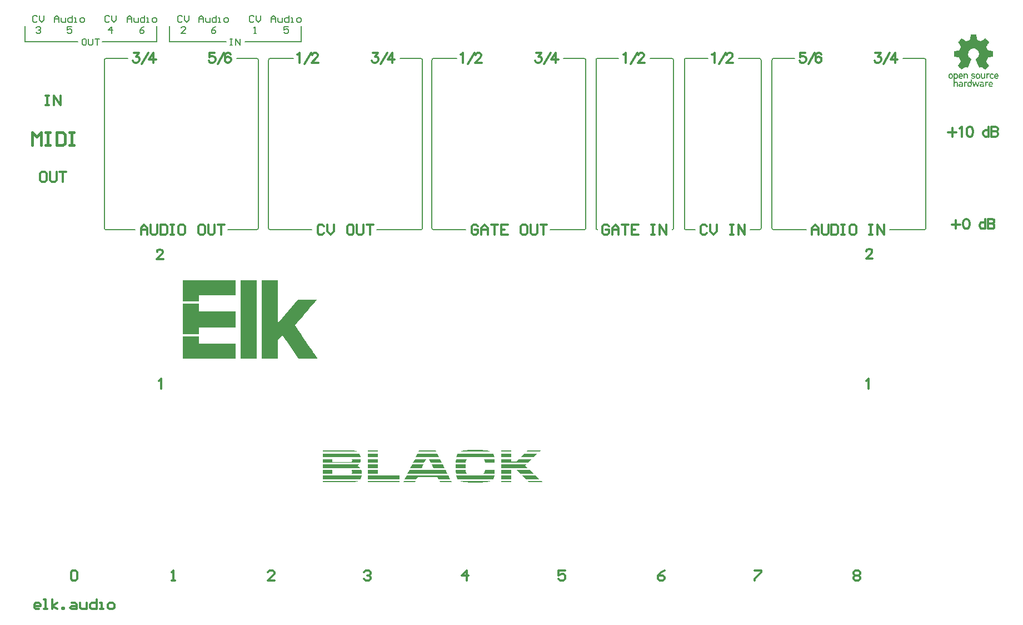
<source format=gto>
G04*
G04 #@! TF.GenerationSoftware,Altium Limited,Altium Designer,19.0.15 (446)*
G04*
G04 Layer_Color=8388736*
%FSLAX25Y25*%
%MOIN*%
G70*
G01*
G75*
%ADD74C,0.00787*%
%ADD75C,0.01181*%
%ADD76C,0.01575*%
G36*
X264164Y106364D02*
X258298D01*
Y107184D01*
X264164D01*
Y106364D01*
D02*
G37*
G36*
X244159Y107420D02*
X244960D01*
X245179Y107402D01*
X245671D01*
X245799Y107384D01*
X245944D01*
X246491Y107366D01*
X247001Y107348D01*
X247457Y107311D01*
X247857Y107293D01*
X248022Y107275D01*
X248167Y107256D01*
X248313D01*
X248422Y107238D01*
X248513D01*
X248568Y107220D01*
X248623D01*
X249042Y107165D01*
X249424Y107111D01*
X249771Y107056D01*
X250080Y107001D01*
X250317Y106947D01*
X250499Y106910D01*
X250554Y106892D01*
X250609D01*
X250627Y106874D01*
X250645D01*
X250955Y106801D01*
X251246Y106710D01*
X251501Y106619D01*
X251720Y106546D01*
X251884Y106473D01*
X252012Y106418D01*
X252103Y106382D01*
X252121Y106364D01*
X233245Y106364D01*
X233482Y106491D01*
X233737Y106600D01*
X233992Y106692D01*
X234211Y106783D01*
X234411Y106837D01*
X234575Y106892D01*
X234684Y106910D01*
X234703Y106929D01*
X234721D01*
X235049Y107001D01*
X235395Y107056D01*
X235723Y107111D01*
X236033Y107165D01*
X236306Y107202D01*
X236415D01*
X236525Y107220D01*
X236598D01*
X236652Y107238D01*
X236707D01*
X237144Y107275D01*
X237600Y107311D01*
X238037Y107348D01*
X238438Y107366D01*
X238620Y107384D01*
X238930D01*
X239057Y107402D01*
X239294D01*
X239841Y107420D01*
X240406D01*
X240952Y107439D01*
X243867D01*
X244159Y107420D01*
D02*
G37*
G36*
X184033Y106364D02*
X178184Y106364D01*
Y107184D01*
X184033Y107184D01*
Y106364D01*
D02*
G37*
G36*
X168764Y107165D02*
X169111Y107147D01*
X169439Y107111D01*
X169712Y107092D01*
X169821Y107074D01*
X169912Y107056D01*
X169985D01*
X170040Y107038D01*
X170095D01*
X170477Y106965D01*
X170842Y106874D01*
X171169Y106764D01*
X171443Y106655D01*
X171680Y106546D01*
X171844Y106455D01*
X171953Y106382D01*
X171989Y106364D01*
X151000D01*
Y107184D01*
X168382D01*
X168764Y107165D01*
D02*
G37*
G36*
X281073Y106345D02*
X273074D01*
X273876Y107184D01*
X281911D01*
X281073Y106345D01*
D02*
G37*
G36*
X219325Y106345D02*
X208521D01*
X208921Y107184D01*
X218906D01*
X219325Y106345D01*
D02*
G37*
G36*
X277611Y103029D02*
X269776D01*
X271981Y105271D01*
X279907D01*
X277611Y103029D01*
D02*
G37*
G36*
X264164D02*
X258298D01*
Y105271D01*
X264164D01*
Y103029D01*
D02*
G37*
G36*
X253579Y104924D02*
X253651Y104760D01*
X253724Y104615D01*
X253761Y104469D01*
X253797Y104359D01*
X253834Y104287D01*
Y104268D01*
X253943Y103849D01*
X253979Y103631D01*
X254016Y103448D01*
X254052Y103285D01*
X254070Y103139D01*
X254089Y103066D01*
Y103029D01*
X231186Y103029D01*
X231241Y103285D01*
X231295Y103521D01*
X231332Y103740D01*
X231387Y103922D01*
X231423Y104068D01*
X231459Y104195D01*
X231496Y104268D01*
Y104287D01*
X231569Y104487D01*
X231660Y104687D01*
X231751Y104851D01*
X231824Y104997D01*
X231897Y105106D01*
X231951Y105198D01*
X231988Y105252D01*
X232006Y105271D01*
X253378Y105271D01*
X253579Y104924D01*
D02*
G37*
G36*
X220965Y103029D02*
X206899D01*
X207974Y105271D01*
X219872D01*
X220965Y103029D01*
D02*
G37*
G36*
X184033D02*
X178184Y103029D01*
Y105271D01*
X184033Y105271D01*
Y103029D01*
D02*
G37*
G36*
X173228Y104943D02*
X173319Y104797D01*
X173374Y104633D01*
X173429Y104505D01*
X173465Y104396D01*
X173502Y104323D01*
Y104305D01*
X173611Y103867D01*
X173666Y103667D01*
X173702Y103467D01*
X173720Y103285D01*
X173739Y103157D01*
X173757Y103066D01*
Y103029D01*
X151000D01*
Y105271D01*
X173046D01*
X173228Y104943D01*
D02*
G37*
G36*
X274149Y99750D02*
X258298D01*
Y101954D01*
X264183D01*
Y100497D01*
X267225D01*
X268665Y101954D01*
X276463D01*
X274149Y99750D01*
D02*
G37*
G36*
X173848Y101790D02*
Y101572D01*
X173830Y101371D01*
X173811Y101171D01*
X173793Y101007D01*
X173775Y100879D01*
X173757Y100770D01*
X173739Y100697D01*
Y100679D01*
X173666Y100315D01*
X173629Y100151D01*
X173593Y100023D01*
X173556Y99896D01*
X173520Y99805D01*
X173502Y99750D01*
Y99732D01*
X151000D01*
Y101954D01*
X156830D01*
Y100005D01*
X167234D01*
X167471Y100023D01*
X167690Y100041D01*
X167872Y100096D01*
X168017Y100151D01*
X168145Y100187D01*
X168236Y100242D01*
X168291Y100260D01*
X168309Y100278D01*
X168437Y100406D01*
X168546Y100551D01*
X168619Y100715D01*
X168655Y100879D01*
X168692Y101025D01*
X168710Y101153D01*
Y101226D01*
Y101262D01*
Y101408D01*
X168692Y101535D01*
X168673Y101608D01*
X168655Y101645D01*
X168619Y101772D01*
X168582Y101863D01*
X168564Y101936D01*
X168546Y101954D01*
X173848D01*
Y101790D01*
D02*
G37*
G36*
X254180Y101590D02*
X254198Y101426D01*
Y101280D01*
Y101153D01*
Y101043D01*
Y100971D01*
Y100952D01*
Y100551D01*
Y100369D01*
Y100205D01*
Y100060D01*
Y99932D01*
Y99859D01*
Y99841D01*
X248368D01*
Y100132D01*
X248349Y100388D01*
X248313Y100606D01*
X248295Y100807D01*
X248258Y100952D01*
X248222Y101062D01*
X248204Y101135D01*
Y101153D01*
X248131Y101335D01*
X248022Y101499D01*
X247912Y101627D01*
X247785Y101754D01*
X247675Y101827D01*
X247566Y101900D01*
X247493Y101936D01*
X247475Y101954D01*
X254162D01*
X254180Y101590D01*
D02*
G37*
G36*
X237490Y101863D02*
X237363Y101718D01*
X237253Y101590D01*
X237162Y101462D01*
X237108Y101335D01*
X237053Y101244D01*
X237035Y101171D01*
X237017Y101153D01*
X236962Y100934D01*
X236907Y100715D01*
X236871Y100479D01*
X236853Y100260D01*
X236816Y100060D01*
Y99896D01*
X236798Y99786D01*
Y99768D01*
Y99750D01*
X230931Y99750D01*
X230949Y100187D01*
Y100388D01*
Y100570D01*
X230968Y100715D01*
Y100825D01*
Y100898D01*
Y100916D01*
X230986Y101317D01*
X231004Y101499D01*
Y101645D01*
X231022Y101790D01*
X231041Y101882D01*
Y101954D01*
Y101973D01*
X237654Y101973D01*
X237490Y101863D01*
D02*
G37*
G36*
X222605Y99750D02*
X215863D01*
X214825Y101954D01*
X221511D01*
X222605Y99750D01*
D02*
G37*
G36*
X211964D02*
X205259D01*
X206352Y101954D01*
X213003D01*
X211964Y99750D01*
D02*
G37*
G36*
X184033Y99732D02*
X178184Y99732D01*
Y101954D01*
X184033Y101954D01*
Y99732D01*
D02*
G37*
G36*
X272418Y98092D02*
X274185Y96452D01*
X258298D01*
Y98657D01*
X273001D01*
X272418Y98092D01*
D02*
G37*
G36*
X236780Y96452D02*
X230913D01*
Y97673D01*
Y98675D01*
X236780D01*
Y96452D01*
D02*
G37*
G36*
X224263D02*
X217448D01*
X216392Y98657D01*
X223151D01*
X224263Y96452D01*
D02*
G37*
G36*
X210434D02*
X203601D01*
X204694Y98657D01*
X211454D01*
X210434Y96452D01*
D02*
G37*
G36*
X172700Y98493D02*
X172554Y98347D01*
X172427Y98256D01*
X172408Y98238D01*
X172390Y98219D01*
X172208Y98092D01*
X172062Y98001D01*
X171935Y97946D01*
X171917Y97928D01*
X171898D01*
X172117Y97818D01*
X172317Y97709D01*
X172500Y97600D01*
X172645Y97509D01*
X172773Y97418D01*
X172882Y97345D01*
X172937Y97308D01*
X172955Y97290D01*
X173265Y96999D01*
X173411Y96871D01*
X173520Y96744D01*
X173611Y96616D01*
X173684Y96525D01*
X173720Y96470D01*
X173739Y96452D01*
X151000D01*
Y98675D01*
X172864D01*
X172700Y98493D01*
D02*
G37*
G36*
X184033Y96434D02*
X178184Y96434D01*
Y98657D01*
X184033Y98657D01*
Y96434D01*
D02*
G37*
G36*
X277738Y93118D02*
X269649D01*
X267444Y95359D01*
X275352D01*
X277738Y93118D01*
D02*
G37*
G36*
X264164D02*
X258298D01*
Y95359D01*
X264164D01*
Y93118D01*
D02*
G37*
G36*
X254198Y94921D02*
Y94721D01*
Y94539D01*
Y94393D01*
Y94266D01*
Y94193D01*
Y94174D01*
Y93774D01*
X254180Y93591D01*
Y93446D01*
Y93300D01*
X254162Y93209D01*
Y93136D01*
Y93118D01*
X247038D01*
X247311Y93227D01*
X247548Y93355D01*
X247730Y93482D01*
X247876Y93610D01*
X247985Y93719D01*
X248040Y93810D01*
X248076Y93883D01*
X248094Y93901D01*
X248185Y94120D01*
X248240Y94357D01*
X248295Y94594D01*
X248313Y94830D01*
X248331Y95031D01*
X248349Y95213D01*
Y95322D01*
Y95341D01*
Y95359D01*
X254198D01*
Y94921D01*
D02*
G37*
G36*
X236853Y95013D02*
X236907Y94721D01*
X236944Y94466D01*
X237017Y94266D01*
X237053Y94102D01*
X237108Y93974D01*
X237126Y93901D01*
X237144Y93883D01*
X237253Y93701D01*
X237399Y93555D01*
X237545Y93409D01*
X237691Y93318D01*
X237818Y93227D01*
X237928Y93172D01*
X238019Y93136D01*
X238037Y93118D01*
X231059Y93118D01*
X231022Y93500D01*
X231004Y93683D01*
X230986Y93846D01*
Y93974D01*
X230968Y94083D01*
Y94156D01*
Y94174D01*
X230949Y94594D01*
Y94794D01*
Y94976D01*
X230931Y95140D01*
Y95249D01*
Y95341D01*
Y95359D01*
X236816Y95359D01*
X236853Y95013D01*
D02*
G37*
G36*
X225902Y93118D02*
X201961D01*
X203073Y95359D01*
X224809D01*
X225902Y93118D01*
D02*
G37*
G36*
X184033D02*
X178184Y93118D01*
Y95359D01*
X184033Y95359D01*
Y93118D01*
D02*
G37*
G36*
X174358Y95031D02*
X174395Y94867D01*
X174413Y94739D01*
X174431Y94612D01*
X174449Y94521D01*
X174467Y94448D01*
Y94430D01*
X174504Y94065D01*
X174522Y93901D01*
X174540Y93737D01*
Y93610D01*
Y93500D01*
Y93427D01*
Y93409D01*
Y93118D01*
X168236D01*
X168364Y93282D01*
X168473Y93427D01*
X168546Y93537D01*
X168564Y93555D01*
Y93573D01*
X168637Y93774D01*
X168673Y93974D01*
X168692Y94047D01*
Y94120D01*
Y94156D01*
Y94174D01*
Y94339D01*
X168673Y94484D01*
X168655Y94612D01*
X168637Y94703D01*
X168619Y94794D01*
X168600Y94849D01*
X168582Y94885D01*
Y94903D01*
X168491Y95086D01*
X168418Y95231D01*
X168345Y95322D01*
X168327Y95359D01*
X174267D01*
X174358Y95031D01*
D02*
G37*
G36*
X156830Y93118D02*
X151000D01*
Y95359D01*
X156830D01*
Y93118D01*
D02*
G37*
G36*
X281273Y89838D02*
X272965D01*
X270724Y92043D01*
X278904D01*
X281273Y89838D01*
D02*
G37*
G36*
X264164D02*
X258298D01*
Y92043D01*
X264164D01*
Y89838D01*
D02*
G37*
G36*
X254034Y91788D02*
X253979Y91551D01*
X253943Y91350D01*
X253888Y91168D01*
X253852Y91022D01*
X253816Y90895D01*
X253797Y90822D01*
X253779Y90804D01*
X253706Y90603D01*
X253615Y90421D01*
X253524Y90257D01*
X253433Y90111D01*
X253360Y90002D01*
X253305Y89911D01*
X253269Y89856D01*
X253251Y89838D01*
X232188Y89838D01*
X231951Y90148D01*
X231860Y90312D01*
X231769Y90458D01*
X231696Y90585D01*
X231642Y90694D01*
X231624Y90767D01*
X231605Y90786D01*
X231441Y91223D01*
X231387Y91423D01*
X231332Y91624D01*
X231295Y91788D01*
X231259Y91933D01*
X231241Y92006D01*
Y92043D01*
X254070Y92043D01*
X254034Y91788D01*
D02*
G37*
G36*
X227542Y89838D02*
X220582D01*
X219744Y91314D01*
X208138D01*
X207282Y89838D01*
X200322D01*
X201415Y92043D01*
X226431D01*
X227542Y89838D01*
D02*
G37*
G36*
X197297D02*
X178184Y89838D01*
Y92043D01*
X197297Y92043D01*
Y89838D01*
D02*
G37*
G36*
X174413Y91788D02*
X174358Y91551D01*
X174303Y91350D01*
X174267Y91150D01*
X174212Y91004D01*
X174176Y90877D01*
X174158Y90804D01*
X174139Y90786D01*
X174066Y90585D01*
X173975Y90403D01*
X173884Y90239D01*
X173811Y90111D01*
X173739Y90002D01*
X173684Y89911D01*
X173647Y89856D01*
X173629Y89838D01*
X151000D01*
Y92043D01*
X174449D01*
X174413Y91788D01*
D02*
G37*
G36*
X264164Y88180D02*
X258298D01*
Y88763D01*
X264164D01*
Y88180D01*
D02*
G37*
G36*
X197297Y88180D02*
X178184Y88180D01*
Y88763D01*
X197297Y88763D01*
Y88180D01*
D02*
G37*
G36*
X283077Y88162D02*
X274623D01*
X274058Y88763D01*
X282457D01*
X283077Y88162D01*
D02*
G37*
G36*
X228399Y88162D02*
X221548D01*
X221202Y88763D01*
X228089D01*
X228399Y88162D01*
D02*
G37*
G36*
X206334D02*
X199502D01*
X199775Y88763D01*
X206662D01*
X206334Y88162D01*
D02*
G37*
G36*
X171989Y88636D02*
X171716Y88544D01*
X171461Y88472D01*
X171206Y88417D01*
X170987Y88362D01*
X170823Y88326D01*
X170714Y88308D01*
X170678D01*
X170350Y88253D01*
X170003Y88217D01*
X169657Y88198D01*
X169366Y88180D01*
X169093Y88162D01*
X151000D01*
Y88745D01*
X172245D01*
X171989Y88636D01*
D02*
G37*
G36*
X251447Y88672D02*
X251192Y88581D01*
X250937Y88508D01*
X250700Y88453D01*
X250499Y88399D01*
X250354Y88380D01*
X250244Y88344D01*
X250208D01*
X249880Y88289D01*
X249534Y88217D01*
X249206Y88180D01*
X248896Y88144D01*
X248623Y88107D01*
X248513Y88089D01*
X248331D01*
X248277Y88071D01*
X248222D01*
X247803Y88034D01*
X247366Y88016D01*
X246947Y87980D01*
X246546Y87962D01*
X246218Y87943D01*
X245944D01*
X245853Y87925D01*
X245708D01*
X245161Y87907D01*
X244086D01*
X243594Y87889D01*
X241371D01*
X240861Y87907D01*
X240059D01*
X239914Y87925D01*
X239549D01*
X239057Y87943D01*
X238602Y87980D01*
X238183Y87998D01*
X237818Y88016D01*
X237672Y88034D01*
X237527D01*
X237399Y88053D01*
X237308D01*
X237217Y88071D01*
X237108D01*
X236725Y88107D01*
X236361Y88144D01*
X236033Y88180D01*
X235741Y88235D01*
X235504Y88271D01*
X235322Y88289D01*
X235213Y88326D01*
X235176D01*
X234867Y88399D01*
X234593Y88472D01*
X234338Y88544D01*
X234120Y88599D01*
X233956Y88672D01*
X233810Y88727D01*
X233737Y88745D01*
X233701Y88763D01*
X251684Y88763D01*
X251447Y88672D01*
D02*
G37*
G36*
X98887Y200254D02*
X76973Y200254D01*
Y196493D01*
X67000D01*
Y202879D01*
Y209265D01*
X98887Y209265D01*
Y200254D01*
D02*
G37*
G36*
X76973Y190588D02*
X98887Y190588D01*
Y180746D01*
X76973Y180746D01*
Y176854D01*
X67000D01*
Y185908D01*
X67000Y195006D01*
X76973D01*
X76973Y190588D01*
D02*
G37*
G36*
X124299Y184027D02*
X124868Y184071D01*
X136197Y197455D01*
X147132D01*
X147263Y197411D01*
X147350D01*
X147438Y197368D01*
X147394Y197324D01*
X147350Y197280D01*
X147132Y197018D01*
X146782Y196668D01*
X146432Y196274D01*
X146082Y195837D01*
X145776Y195487D01*
X145557Y195224D01*
X145513Y195181D01*
X145470Y195137D01*
X144726Y194262D01*
X143939Y193343D01*
X143151Y192469D01*
X142452Y191594D01*
X141839Y190894D01*
X141577Y190544D01*
X141314Y190282D01*
X141139Y190063D01*
X141008Y189888D01*
X140921Y189801D01*
X140877Y189757D01*
X139915Y188620D01*
X139040Y187570D01*
X138252Y186651D01*
X137596Y185908D01*
X137028Y185252D01*
X136809Y184989D01*
X136634Y184771D01*
X136459Y184596D01*
X136372Y184464D01*
X136328Y184421D01*
X136284Y184377D01*
X135934Y183983D01*
X135672Y183633D01*
X135409Y183327D01*
X135191Y183108D01*
X134841Y182671D01*
X134622Y182408D01*
X134447Y182277D01*
X134403Y182190D01*
X134360Y182146D01*
X134403Y182102D01*
X134447Y182015D01*
X134535Y181884D01*
X134666Y181665D01*
X135016Y181228D01*
X135366Y180659D01*
X135715Y180134D01*
X136065Y179653D01*
X136197Y179434D01*
X136284Y179303D01*
X136372Y179216D01*
Y179172D01*
X137159Y178034D01*
X137990Y176810D01*
X138821Y175629D01*
X139565Y174535D01*
X139915Y174010D01*
X140264Y173573D01*
X140527Y173136D01*
X140789Y172786D01*
X141008Y172479D01*
X141139Y172261D01*
X141227Y172130D01*
X141270Y172086D01*
X142277Y170599D01*
X143195Y169243D01*
X144026Y168062D01*
X144376Y167537D01*
X144726Y167012D01*
X145032Y166575D01*
X145295Y166181D01*
X145513Y165831D01*
X145732Y165569D01*
X145863Y165350D01*
X145994Y165175D01*
X146038Y165087D01*
X146082Y165044D01*
X146432Y164519D01*
X146782Y164082D01*
X147044Y163688D01*
X147263Y163338D01*
X147482Y163075D01*
X147657Y162813D01*
X147875Y162463D01*
X148050Y162288D01*
X148094Y162157D01*
X148138Y162113D01*
X148050D01*
X147875Y162069D01*
X136634D01*
X131779Y169112D01*
X131079Y170205D01*
X130423Y171167D01*
X129854Y172042D01*
X129330Y172786D01*
X128936Y173354D01*
X128630Y173792D01*
X128498Y173967D01*
X128455Y174098D01*
X128367Y174142D01*
Y174185D01*
X128105Y174535D01*
X127886Y174885D01*
X127580Y175410D01*
X127318Y175760D01*
X127143Y176023D01*
X127055Y176198D01*
X127011Y176241D01*
X126968Y176285D01*
X126924Y176198D01*
X126793Y176066D01*
X126618Y175891D01*
X126574Y175847D01*
Y175804D01*
X126268Y175454D01*
X125961Y175104D01*
X125699Y174841D01*
X125655Y174798D01*
X125612Y174754D01*
X124299Y173267D01*
Y162069D01*
X114458D01*
Y185645D01*
X114458Y209265D01*
X124299D01*
X124299Y184027D01*
D02*
G37*
G36*
X111571Y162069D02*
X101730D01*
Y185645D01*
X101730Y209265D01*
X111571D01*
X111571Y162069D01*
D02*
G37*
G36*
X76973Y171080D02*
X98887Y171080D01*
Y162069D01*
X67000Y162069D01*
Y168674D01*
Y175323D01*
X76973D01*
Y171080D01*
D02*
G37*
G36*
X543063Y356422D02*
Y356393D01*
X543092Y356335D01*
X543121Y356160D01*
X543180Y356014D01*
Y355956D01*
Y355927D01*
X543238Y355577D01*
X543325Y355227D01*
X543355Y355081D01*
Y354964D01*
X543384Y354877D01*
Y354848D01*
X543471Y354410D01*
X543529Y354090D01*
X543559Y353944D01*
X543588Y353856D01*
Y353798D01*
Y353769D01*
X543617Y353623D01*
X543646Y353506D01*
X543675Y353419D01*
Y353361D01*
X543704Y353302D01*
X543763Y353273D01*
X543879Y353215D01*
X544054Y353156D01*
X544258Y353069D01*
X544463Y352982D01*
X544608Y352894D01*
X544725Y352865D01*
X544783Y352836D01*
X545133Y352690D01*
X545396Y352603D01*
X545600Y352515D01*
X545746Y352486D01*
X545833Y352457D01*
X545862Y352428D01*
X545921D01*
X545979Y352457D01*
X546096Y352573D01*
X546241Y352661D01*
X546271Y352690D01*
X546300D01*
X546591Y352894D01*
X546883Y353069D01*
X547029Y353156D01*
X547116Y353215D01*
X547174Y353273D01*
X547204D01*
X547583Y353536D01*
X547874Y353740D01*
X547991Y353798D01*
X548078Y353856D01*
X548108Y353915D01*
X548137D01*
X548282Y354002D01*
X548370Y354061D01*
X548516Y354148D01*
X548574Y354177D01*
X548603D01*
X548632Y354119D01*
X548749Y354031D01*
X548866Y353915D01*
X548924Y353886D01*
Y353856D01*
X549187Y353594D01*
X549478Y353361D01*
X549566Y353244D01*
X549653Y353186D01*
X549711Y353127D01*
X549741Y353098D01*
X549945Y352894D01*
X550120Y352690D01*
X550265Y352544D01*
X550382Y352428D01*
X550499Y352282D01*
X550557Y352223D01*
X550703Y352078D01*
X550761Y351990D01*
X550790Y351932D01*
Y351903D01*
X550761Y351844D01*
X550674Y351698D01*
X550557Y351553D01*
X550528Y351524D01*
Y351494D01*
X550324Y351203D01*
X550120Y350940D01*
X550032Y350824D01*
X549974Y350736D01*
X549945Y350678D01*
X549916Y350649D01*
X549682Y350270D01*
X549507Y349978D01*
X549420Y349861D01*
X549391Y349803D01*
X549332Y349745D01*
Y349716D01*
X549245Y349599D01*
X549187Y349482D01*
X549099Y349366D01*
X549070Y349307D01*
Y349278D01*
X549099Y349249D01*
X549128Y349103D01*
X549157Y348987D01*
X549187Y348957D01*
Y348928D01*
X549303Y348666D01*
X549391Y348403D01*
X549449Y348316D01*
X549478Y348229D01*
X549507Y348170D01*
Y348141D01*
X549624Y347937D01*
X549682Y347762D01*
X549770Y347616D01*
X549828Y347499D01*
X549886Y347354D01*
X549916Y347295D01*
X550003Y347150D01*
X550061Y347091D01*
X550120Y347033D01*
X550207D01*
X550353Y347004D01*
X550528Y346975D01*
X550557Y346945D01*
X550586D01*
X550936Y346887D01*
X551257Y346800D01*
X551403Y346771D01*
X551519D01*
X551578Y346741D01*
X551607D01*
X551869Y346683D01*
X552103Y346654D01*
X552277Y346596D01*
X552452Y346566D01*
X552569Y346537D01*
X552657D01*
X552686Y346508D01*
X552715D01*
X552832Y346479D01*
X552919D01*
X553036Y346450D01*
X553094Y346421D01*
Y346391D01*
X553123Y346333D01*
Y346129D01*
Y345896D01*
Y345604D01*
Y345312D01*
Y345079D01*
Y344904D01*
Y344875D01*
Y344846D01*
Y344584D01*
Y344350D01*
Y344000D01*
Y343738D01*
Y343534D01*
X553094Y343417D01*
Y343359D01*
Y343330D01*
X553065Y343300D01*
X553006Y343271D01*
X552861Y343242D01*
X552686Y343213D01*
X552657Y343184D01*
X552627D01*
X552307Y343126D01*
X551957Y343038D01*
X551811Y343009D01*
X551723D01*
X551636Y342980D01*
X551607D01*
X551344Y342951D01*
X551111Y342892D01*
X550936Y342863D01*
X550761Y342834D01*
X550644Y342805D01*
X550557D01*
X550528Y342776D01*
X550499D01*
X550295Y342717D01*
X550178Y342659D01*
X550149Y342630D01*
X550120D01*
X550090Y342601D01*
X550061Y342571D01*
X550003Y342426D01*
X549945Y342309D01*
X549916Y342280D01*
Y342251D01*
X549799Y341988D01*
X549711Y341726D01*
X549653Y341609D01*
X549624Y341522D01*
X549595Y341463D01*
Y341434D01*
X549507Y341172D01*
X549420Y340968D01*
X549361Y340822D01*
X549303Y340676D01*
X549274Y340589D01*
X549245Y340530D01*
X549216Y340472D01*
X549187Y340355D01*
Y340268D01*
Y340210D01*
Y340180D01*
X549216Y340122D01*
X549303Y340005D01*
X549391Y339860D01*
X549420Y339830D01*
Y339801D01*
X549624Y339539D01*
X549799Y339276D01*
X549857Y339160D01*
X549916Y339072D01*
X549974Y339014D01*
Y338985D01*
X550207Y338664D01*
X550411Y338402D01*
X550528Y338227D01*
X550557Y338197D01*
Y338168D01*
X550644Y338052D01*
X550703Y337964D01*
X550761Y337847D01*
X550790Y337789D01*
X550761Y337731D01*
X550703Y337643D01*
X550615Y337527D01*
X550586Y337498D01*
X550469Y337381D01*
X550353Y337264D01*
X550090Y337002D01*
X549945Y336856D01*
X549828Y336739D01*
X549770Y336681D01*
X549741Y336652D01*
X549420Y336360D01*
X549187Y336098D01*
X549012Y335952D01*
X548982Y335923D01*
X548953Y335894D01*
X548837Y335777D01*
X548778Y335719D01*
X548662Y335602D01*
X548603Y335573D01*
X548516D01*
X548399Y335631D01*
X548312Y335690D01*
X548253Y335719D01*
X548108Y335806D01*
X547874Y335981D01*
X547612Y336156D01*
X547320Y336360D01*
X547058Y336535D01*
X546825Y336710D01*
X546650Y336827D01*
X546620Y336856D01*
X546591D01*
X546096Y337206D01*
X545483Y336885D01*
X545308Y336798D01*
X545162Y336710D01*
X545075Y336681D01*
X545046Y336652D01*
X544958Y336623D01*
X544871D01*
X544842Y336652D01*
X544812Y336769D01*
X544754Y336885D01*
X544696Y337031D01*
X544637Y337177D01*
X544579Y337294D01*
X544550Y337381D01*
X544521Y337410D01*
X544258Y338022D01*
X544142Y338314D01*
X544025Y338577D01*
X543938Y338781D01*
X543850Y338985D01*
X543821Y339101D01*
X543792Y339131D01*
X543646Y339480D01*
X543529Y339801D01*
X543413Y340122D01*
X543296Y340355D01*
X543209Y340589D01*
X543150Y340734D01*
X543121Y340851D01*
X543092Y340880D01*
X542975Y341143D01*
X542917Y341347D01*
X542859Y341493D01*
X542800Y341580D01*
Y341638D01*
X542771Y341668D01*
Y341697D01*
X542800Y341784D01*
X542830Y341813D01*
X542917Y341872D01*
X543005Y341930D01*
X543063Y341988D01*
X543092D01*
X543559Y342338D01*
X543734Y342513D01*
X543879Y342688D01*
X543996Y342834D01*
X544083Y342951D01*
X544142Y343009D01*
X544171Y343038D01*
X544433Y343505D01*
X544579Y343913D01*
X544637Y344088D01*
X544667Y344234D01*
X544696Y344321D01*
Y344350D01*
X544725Y344729D01*
Y345079D01*
X544696Y345225D01*
Y345342D01*
X544667Y345400D01*
Y345429D01*
X544579Y345837D01*
X544433Y346187D01*
X544375Y346304D01*
X544346Y346391D01*
X544288Y346450D01*
Y346479D01*
X544142Y346683D01*
X543996Y346887D01*
X543879Y347004D01*
X543850Y347062D01*
X543821D01*
X543617Y347266D01*
X543442Y347441D01*
X543325Y347529D01*
X543267Y347558D01*
X542946Y347762D01*
X542626Y347879D01*
X542509Y347937D01*
X542392Y347966D01*
X542334Y347995D01*
X542305D01*
X541896Y348083D01*
X541255D01*
X540788Y348024D01*
X540351Y347879D01*
X539972Y347733D01*
X539651Y347529D01*
X539418Y347354D01*
X539214Y347208D01*
X539097Y347091D01*
X539068Y347062D01*
X538776Y346712D01*
X538572Y346333D01*
X538426Y345954D01*
X538339Y345604D01*
X538281Y345283D01*
X538222Y345050D01*
Y344875D01*
Y344846D01*
Y344817D01*
X538251Y344496D01*
X538281Y344204D01*
X538339Y343942D01*
X538426Y343709D01*
X538514Y343505D01*
X538572Y343359D01*
X538601Y343271D01*
X538631Y343242D01*
X538805Y342980D01*
X539010Y342746D01*
X539214Y342513D01*
X539418Y342338D01*
X539593Y342192D01*
X539739Y342076D01*
X539826Y342017D01*
X539855Y341988D01*
X539972Y341930D01*
X540030Y341872D01*
X540089Y341842D01*
Y341813D01*
X540147Y341784D01*
X540176Y341755D01*
Y341726D01*
Y341668D01*
X540118Y341580D01*
X540089Y341434D01*
X540030Y341259D01*
X539972Y341113D01*
X539914Y340968D01*
X539884Y340880D01*
X539855Y340851D01*
X539593Y340239D01*
X539476Y339947D01*
X539360Y339685D01*
X539272Y339451D01*
X539185Y339276D01*
X539155Y339160D01*
X539126Y339101D01*
X538980Y338752D01*
X538864Y338431D01*
X538747Y338139D01*
X538631Y337877D01*
X538543Y337673D01*
X538485Y337527D01*
X538456Y337410D01*
X538426Y337381D01*
X538310Y337119D01*
X538222Y336944D01*
X538164Y336798D01*
X538106Y336710D01*
X538076Y336652D01*
X538047Y336623D01*
Y336594D01*
X537989Y336623D01*
X537931Y336652D01*
X537843Y336681D01*
X537814D01*
X537668Y336739D01*
X537552Y336827D01*
X537464Y336856D01*
X537435Y336885D01*
X537289Y336973D01*
X537173Y337031D01*
X537085Y337089D01*
X537056D01*
X536939Y337148D01*
X536881Y337177D01*
X536852D01*
X536794Y337148D01*
X536677Y337060D01*
X536560Y336973D01*
X536531Y336944D01*
X536502D01*
X536210Y336769D01*
X535948Y336564D01*
X535831Y336477D01*
X535744Y336419D01*
X535685Y336389D01*
X535656Y336360D01*
X535306Y336127D01*
X535044Y335952D01*
X534869Y335836D01*
X534840Y335806D01*
X534811D01*
X534607Y335661D01*
X534490Y335602D01*
X534432Y335573D01*
X534402D01*
X534344Y335602D01*
X534257Y335661D01*
X534140Y335748D01*
X534111Y335777D01*
X533994Y335894D01*
X533878Y336010D01*
X533615Y336302D01*
X533469Y336419D01*
X533353Y336535D01*
X533294Y336594D01*
X533265Y336623D01*
X532944Y336944D01*
X532711Y337177D01*
X532536Y337352D01*
X532507Y337381D01*
X532478Y337410D01*
X532390Y337527D01*
X532303Y337614D01*
X532215Y337731D01*
X532186Y337789D01*
Y337818D01*
X532215Y337847D01*
X532303Y337993D01*
X532361Y338110D01*
X532390Y338168D01*
X532594Y338460D01*
X532769Y338752D01*
X532857Y338868D01*
X532915Y338956D01*
X532973Y339014D01*
Y339043D01*
X533207Y339393D01*
X533411Y339655D01*
X533528Y339830D01*
X533557Y339860D01*
Y339889D01*
X533644Y340005D01*
X533703Y340122D01*
X533790Y340239D01*
X533819Y340297D01*
X533790Y340384D01*
X533761Y340530D01*
X533673Y340705D01*
X533586Y340909D01*
X533498Y341113D01*
X533440Y341288D01*
X533382Y341405D01*
X533353Y341463D01*
X533207Y341842D01*
X533090Y342105D01*
X533003Y342309D01*
X532944Y342455D01*
X532886Y342542D01*
Y342601D01*
X532857Y342630D01*
X532828Y342659D01*
X532769Y342688D01*
X532624Y342717D01*
X532478Y342776D01*
X532419D01*
X532274Y342805D01*
X532099Y342834D01*
X531749Y342921D01*
X531603Y342951D01*
X531457D01*
X531370Y342980D01*
X531341D01*
X530932Y343067D01*
X530612Y343126D01*
X530495D01*
X530407Y343155D01*
X530320D01*
X530174Y343184D01*
X530087Y343213D01*
X529941Y343242D01*
X529883Y343271D01*
X529853Y343359D01*
X529824Y343475D01*
Y343592D01*
Y343650D01*
Y343796D01*
Y343971D01*
Y344379D01*
Y344554D01*
Y344700D01*
Y344817D01*
Y344846D01*
Y345167D01*
Y345429D01*
Y345633D01*
Y345808D01*
Y345925D01*
Y346012D01*
Y346041D01*
Y346071D01*
Y346187D01*
Y346275D01*
X529853Y346391D01*
X529883Y346421D01*
X529912D01*
X529970Y346450D01*
X530116Y346479D01*
X530291Y346537D01*
X530349D01*
X530699Y346596D01*
X531020Y346683D01*
X531166Y346712D01*
X531282D01*
X531341Y346741D01*
X531370D01*
X531661Y346800D01*
X531924Y346829D01*
X532099Y346858D01*
X532274Y346887D01*
X532390Y346916D01*
X532478Y346945D01*
X532536D01*
X532740Y347004D01*
X532857Y347062D01*
X532915Y347091D01*
X532944Y347150D01*
X533032Y347295D01*
X533119Y347470D01*
X533207Y347674D01*
X533294Y347879D01*
X533382Y348024D01*
X533411Y348141D01*
X533440Y348199D01*
X533586Y348549D01*
X533703Y348812D01*
X533790Y349016D01*
X533848Y349162D01*
X533878Y349249D01*
Y349307D01*
Y349337D01*
Y349366D01*
X533848Y349424D01*
X533761Y349541D01*
X533644Y349687D01*
X533615Y349716D01*
Y349745D01*
X533411Y350066D01*
X533207Y350357D01*
X533119Y350503D01*
X533061Y350590D01*
X533032Y350649D01*
X533003Y350678D01*
X532769Y350999D01*
X532594Y351290D01*
X532478Y351465D01*
X532419Y351494D01*
Y351524D01*
X532332Y351669D01*
X532274Y351757D01*
X532215Y351903D01*
X532186Y351961D01*
X532244Y352019D01*
X532332Y352136D01*
X532419Y352253D01*
X532478Y352311D01*
X532740Y352573D01*
X533003Y352836D01*
X533090Y352952D01*
X533178Y353040D01*
X533236Y353069D01*
X533265Y353098D01*
X533498Y353331D01*
X533673Y353506D01*
X533819Y353652D01*
X533936Y353769D01*
X534023Y353856D01*
X534082Y353915D01*
X534140Y353944D01*
X534286Y354090D01*
X534373Y354148D01*
X534432Y354177D01*
X534461Y354148D01*
X534519Y354119D01*
X534636Y354031D01*
X534781Y353915D01*
X534811Y353886D01*
X534840D01*
X535131Y353681D01*
X535423Y353477D01*
X535569Y353390D01*
X535656Y353331D01*
X535715Y353302D01*
X535744Y353273D01*
X536094Y353040D01*
X536385Y352836D01*
X536502Y352777D01*
X536589Y352719D01*
X536619Y352661D01*
X536648D01*
X536764Y352573D01*
X536881Y352515D01*
X536998Y352457D01*
X537056Y352428D01*
X537114Y352457D01*
X537260Y352486D01*
X537435Y352544D01*
X537610Y352632D01*
X537814Y352719D01*
X537989Y352777D01*
X538106Y352807D01*
X538135Y352836D01*
X538485Y352982D01*
X538747Y353098D01*
X538951Y353186D01*
X539097Y353244D01*
X539185Y353302D01*
X539214D01*
X539243Y353331D01*
Y353361D01*
X539272Y353419D01*
X539301Y353565D01*
X539360Y353740D01*
Y353769D01*
Y353798D01*
X539447Y354148D01*
X539535Y354527D01*
X539564Y354673D01*
Y354789D01*
X539593Y354877D01*
Y354906D01*
X539680Y355344D01*
X539739Y355664D01*
X539768Y355810D01*
X539797Y355898D01*
Y355956D01*
Y355985D01*
X539826Y356131D01*
X539855Y356247D01*
Y356335D01*
X539884Y356393D01*
Y356452D01*
X539914D01*
X539943Y356481D01*
X540409D01*
X540613Y356510D01*
X543034D01*
X543063Y356422D01*
D02*
G37*
G36*
X537377Y333065D02*
X537464Y333036D01*
X537493Y333007D01*
X537639Y332949D01*
X537756Y332890D01*
X537843Y332832D01*
X537872Y332803D01*
X537960Y332628D01*
X538018Y332511D01*
X538047Y332395D01*
Y332365D01*
X538076Y332249D01*
Y332103D01*
X538106Y331899D01*
Y331695D01*
Y331491D01*
Y331316D01*
Y331228D01*
Y331170D01*
Y330003D01*
X537523D01*
Y330966D01*
Y331228D01*
Y331462D01*
X537493Y331607D01*
Y331666D01*
Y331870D01*
Y332015D01*
X537464Y332074D01*
Y332103D01*
X537435Y332190D01*
X537348Y332278D01*
X537289Y332307D01*
X537260Y332336D01*
X537143Y332424D01*
X537056Y332482D01*
X536998Y332511D01*
X536852D01*
X536735Y332482D01*
X536648Y332453D01*
X536619D01*
X536502Y332395D01*
X536414Y332307D01*
X536385Y332249D01*
X536356Y332220D01*
X536298Y332045D01*
X536269Y331957D01*
Y331928D01*
Y331841D01*
Y331724D01*
Y331432D01*
Y331287D01*
Y331141D01*
Y331053D01*
Y331024D01*
Y330003D01*
X535627D01*
Y333065D01*
X536269D01*
Y332949D01*
Y332890D01*
X536298Y332861D01*
Y332832D01*
X536327Y332861D01*
X536385Y332890D01*
X536414Y332920D01*
X536444D01*
X536502Y332978D01*
X536560Y333007D01*
X536648Y333036D01*
X536677Y333065D01*
X536823D01*
X536998Y333094D01*
X537231D01*
X537377Y333065D01*
D02*
G37*
G36*
X531311D02*
X531516Y333007D01*
X531632Y332920D01*
X531691Y332890D01*
X531865Y332745D01*
X531953Y332540D01*
X532011Y332395D01*
X532040Y332365D01*
Y332336D01*
Y332249D01*
X532070Y332132D01*
Y331870D01*
Y331753D01*
Y331636D01*
Y331578D01*
Y331549D01*
Y331345D01*
Y331199D01*
Y330937D01*
X532040Y330820D01*
Y330762D01*
X531953Y330557D01*
X531865Y330383D01*
X531749Y330266D01*
X531720Y330237D01*
X531545Y330091D01*
X531370Y330033D01*
X531253Y329974D01*
X530787D01*
X530582Y330091D01*
X530495Y330120D01*
X530466Y330149D01*
X530349Y330208D01*
X530291Y330237D01*
X530232Y330266D01*
X530203Y330208D01*
Y330091D01*
Y329974D01*
Y329945D01*
Y329916D01*
Y329624D01*
Y329362D01*
Y329245D01*
Y329158D01*
Y329099D01*
Y329070D01*
Y328720D01*
Y328458D01*
Y328283D01*
Y328254D01*
Y328225D01*
Y328108D01*
Y328050D01*
Y327933D01*
Y327904D01*
X530262Y327933D01*
X530291D01*
X530407Y327991D01*
X530437Y328021D01*
X530466D01*
X530612Y328108D01*
X530728Y328166D01*
X530845Y328196D01*
X531195D01*
X531311Y328166D01*
X531341D01*
X531457Y328137D01*
X531574Y328050D01*
X531661Y327991D01*
X531691Y327962D01*
X531807Y327846D01*
X531895Y327758D01*
X531924Y327671D01*
X531953Y327642D01*
X532011Y327437D01*
Y327350D01*
Y327321D01*
Y327233D01*
X532040Y327087D01*
Y326738D01*
Y326563D01*
Y326417D01*
Y326300D01*
Y326271D01*
Y325075D01*
X531457D01*
Y326154D01*
Y326417D01*
X531428Y326592D01*
Y326767D01*
Y326883D01*
X531399Y326971D01*
Y327029D01*
Y327058D01*
Y327175D01*
X531370Y327262D01*
X531341Y327321D01*
X531224Y327437D01*
X531136Y327496D01*
X531020Y327554D01*
X530991D01*
X530845Y327583D01*
X530699Y327554D01*
X530612Y327525D01*
X530582Y327496D01*
X530437Y327408D01*
X530320Y327292D01*
X530262Y327204D01*
Y327175D01*
X530232Y327087D01*
Y326942D01*
Y326767D01*
X530203Y326563D01*
Y326388D01*
Y326242D01*
Y326125D01*
Y326096D01*
Y325046D01*
X529620D01*
Y333065D01*
X530203D01*
Y332949D01*
Y332890D01*
X530232Y332861D01*
Y332832D01*
X530262Y332861D01*
X530291Y332890D01*
X530349Y332920D01*
X530466Y332949D01*
X530495Y332978D01*
X530612Y333036D01*
X530641D01*
X530757Y333065D01*
X530816D01*
X530991Y333094D01*
X531049D01*
X531311Y333065D01*
D02*
G37*
G36*
X550907D02*
X551082Y333007D01*
X551169Y332978D01*
X551198Y332949D01*
X551228Y332920D01*
Y332890D01*
X551198Y332861D01*
X551140Y332803D01*
X551082Y332745D01*
X551053Y332686D01*
X551024Y332657D01*
X550907Y332511D01*
X550878Y332482D01*
Y332453D01*
X550819Y332395D01*
X550732D01*
X550703Y332424D01*
X550644D01*
X550615Y332453D01*
X550586D01*
X550440Y332482D01*
X550295D01*
X550178Y332453D01*
X550149D01*
X550003Y332395D01*
X549916Y332307D01*
X549857Y332220D01*
X549828Y332190D01*
X549799Y332103D01*
Y332015D01*
X549770Y331928D01*
Y331899D01*
Y331811D01*
Y331666D01*
Y331374D01*
Y331257D01*
Y331141D01*
Y331053D01*
Y331024D01*
X549741Y330003D01*
X549157D01*
Y333065D01*
X549741D01*
Y332920D01*
Y332861D01*
X549770Y332803D01*
Y332774D01*
X549828Y332803D01*
X549857Y332832D01*
X549886Y332861D01*
X549945Y332920D01*
X549974Y332949D01*
X550090Y333007D01*
X550149Y333036D01*
X550324Y333094D01*
X550674D01*
X550907Y333065D01*
D02*
G37*
G36*
X541663D02*
X541780Y333036D01*
X541809D01*
X541926Y333007D01*
X542042Y332949D01*
X542130Y332920D01*
X542159Y332890D01*
X542305Y332803D01*
X542363Y332774D01*
X542392Y332715D01*
X542363Y332686D01*
X542334Y332657D01*
Y332628D01*
X542276Y332511D01*
X542246Y332482D01*
X542042Y332278D01*
X541838Y332395D01*
X541663Y332453D01*
X541517Y332482D01*
X541401Y332511D01*
X541372D01*
X541197Y332540D01*
X541080D01*
X540992Y332511D01*
X540963D01*
X540788Y332395D01*
X540759Y332365D01*
X540730Y332336D01*
X540672Y332278D01*
Y332220D01*
Y332190D01*
Y332161D01*
X540701Y332045D01*
X540759Y331986D01*
X540818Y331928D01*
X540847D01*
X540992Y331899D01*
X541167Y331870D01*
X541342Y331841D01*
X541401D01*
X541663Y331811D01*
X541867Y331782D01*
X541955Y331753D01*
X541984D01*
X542101Y331695D01*
X542217Y331636D01*
X542276Y331578D01*
X542305Y331549D01*
X542392Y331374D01*
X542451Y331228D01*
X542480Y331112D01*
Y331053D01*
Y330849D01*
X542451Y330703D01*
X542421Y330587D01*
Y330557D01*
X542305Y330412D01*
X542188Y330295D01*
X541926Y330120D01*
X541780Y330062D01*
X541663Y330033D01*
X541605Y330003D01*
X541576D01*
X541342Y329974D01*
X541138D01*
X540759Y330033D01*
X540584Y330062D01*
X540468Y330120D01*
X540409Y330149D01*
X540380D01*
X540234Y330208D01*
X540118Y330295D01*
X540030Y330324D01*
X540001Y330353D01*
X539914Y330441D01*
X539855Y330499D01*
Y330528D01*
X539884Y330557D01*
X539914Y330587D01*
X540030Y330674D01*
X540089Y330732D01*
X540264Y330937D01*
X540439Y330762D01*
X540759Y330616D01*
X541051Y330557D01*
X541167Y330528D01*
X541342D01*
X541517Y330557D01*
X541634Y330616D01*
X541751Y330674D01*
X541809Y330762D01*
X541867Y330878D01*
Y330937D01*
X541838Y331053D01*
X541809Y331112D01*
X541751Y331170D01*
X541721D01*
X541576Y331228D01*
X541401Y331257D01*
X541226Y331287D01*
X541167D01*
X540963Y331316D01*
X540759Y331345D01*
X540613Y331403D01*
X540497Y331432D01*
X540351Y331520D01*
X540293Y331549D01*
X540147Y331724D01*
X540089Y331957D01*
X540059Y332132D01*
Y332161D01*
Y332190D01*
X540089Y332424D01*
X540147Y332599D01*
X540176Y332715D01*
X540205Y332745D01*
X540351Y332890D01*
X540526Y333007D01*
X540672Y333036D01*
X540730Y333065D01*
X540876Y333094D01*
X541488D01*
X541663Y333065D01*
D02*
G37*
G36*
X552977D02*
X553006D01*
X553181Y333007D01*
X553211Y332978D01*
X553240D01*
X553385Y332890D01*
X553415Y332861D01*
X553444Y332832D01*
X553531Y332803D01*
X553560Y332774D01*
X553590Y332745D01*
X553706Y332570D01*
X553502Y332395D01*
X553269Y332190D01*
X553152Y332307D01*
X552977Y332424D01*
X552832Y332482D01*
X552715Y332511D01*
X552482D01*
X552307Y332453D01*
X552190Y332424D01*
X552161Y332395D01*
X552073Y332307D01*
X551986Y332190D01*
X551869Y331957D01*
X551840Y331841D01*
Y331753D01*
X551811Y331695D01*
Y331666D01*
Y331491D01*
Y331316D01*
X551898Y331053D01*
X551986Y330878D01*
X552015Y330849D01*
Y330820D01*
X552190Y330703D01*
X552248Y330645D01*
X552277D01*
X552482Y330587D01*
X552598D01*
X552802Y330616D01*
X552890Y330645D01*
X552919D01*
X553036Y330703D01*
X553123Y330732D01*
X553152Y330791D01*
X553181D01*
X553240Y330820D01*
X553298D01*
X553356Y330791D01*
X553444Y330762D01*
X553502Y330703D01*
X553531Y330674D01*
X553735Y330470D01*
X553590Y330324D01*
X553444Y330237D01*
X553415Y330208D01*
X553385Y330178D01*
X553240Y330091D01*
X553211Y330062D01*
X553181D01*
X553006Y330003D01*
X552948Y329974D01*
X552248D01*
X552073Y330033D01*
X551986Y330091D01*
X551957D01*
X551811Y330178D01*
X551694Y330266D01*
X551607Y330324D01*
X551578Y330353D01*
X551490Y330499D01*
X551403Y330616D01*
X551373Y330732D01*
X551344Y330762D01*
X551257Y330966D01*
X551228Y331199D01*
X551198Y331374D01*
Y331403D01*
Y331432D01*
X551228Y331753D01*
X551257Y331986D01*
X551286Y332132D01*
X551315Y332190D01*
X551403Y332424D01*
X551490Y332599D01*
X551578Y332715D01*
X551607Y332745D01*
X551782Y332890D01*
X551986Y333007D01*
X552103Y333036D01*
X552161Y333065D01*
X552219Y333094D01*
X552919D01*
X552977Y333065D01*
D02*
G37*
G36*
X548457Y330003D02*
X547816D01*
Y330295D01*
X547699Y330178D01*
X547583Y330120D01*
X547553Y330091D01*
X547524D01*
X547408Y330033D01*
X547379Y330003D01*
X547349D01*
X547116Y329974D01*
X546912Y329945D01*
X546795Y329974D01*
X546737D01*
X546533Y330062D01*
X546387Y330178D01*
X546271Y330266D01*
X546241Y330295D01*
X546125Y330470D01*
X546037Y330616D01*
X546008Y330703D01*
Y330732D01*
Y330849D01*
X545979Y331024D01*
Y331403D01*
Y331578D01*
Y331753D01*
Y331870D01*
Y331899D01*
Y333065D01*
X546562D01*
Y332132D01*
Y331841D01*
Y331607D01*
Y331462D01*
Y331432D01*
Y331403D01*
X546591Y331228D01*
Y331112D01*
X546620Y331053D01*
X546650Y330937D01*
X546679Y330907D01*
Y330878D01*
X546795Y330762D01*
X546825Y330732D01*
X546941Y330645D01*
X546970Y330616D01*
X547029Y330587D01*
X547379D01*
X547495Y330645D01*
X547524Y330674D01*
X547641Y330762D01*
X547728Y330878D01*
X547758Y330966D01*
Y330995D01*
X547787Y331112D01*
Y331257D01*
X547816Y331636D01*
Y331782D01*
Y331928D01*
Y332045D01*
Y332074D01*
Y333065D01*
X548457D01*
Y330003D01*
D02*
G37*
G36*
X534227Y333065D02*
X534315Y333036D01*
X534344Y333007D01*
X534490Y332949D01*
X534607Y332861D01*
X534694Y332803D01*
X534723Y332774D01*
X534840Y332599D01*
X534927Y332482D01*
X534956Y332365D01*
X534986Y332336D01*
X535044Y332161D01*
X535073Y331957D01*
Y331811D01*
Y331782D01*
Y331753D01*
X535102Y331316D01*
X533498D01*
X533353Y331287D01*
X533148D01*
X533119Y331257D01*
Y331170D01*
X533148Y331082D01*
X533178Y331024D01*
Y330995D01*
X533294Y330820D01*
X533353Y330791D01*
Y330762D01*
X533498Y330645D01*
X533644Y330557D01*
X533761Y330528D01*
X533819D01*
X534023Y330557D01*
X534227Y330616D01*
X534344Y330674D01*
X534402Y330703D01*
X534607Y330820D01*
X534781Y330645D01*
X534898Y330557D01*
X534927Y330528D01*
X534986Y330499D01*
X535015Y330470D01*
Y330441D01*
X534986Y330412D01*
X534927Y330353D01*
X534869Y330295D01*
X534840Y330266D01*
X534723Y330178D01*
X534607Y330120D01*
X534548Y330091D01*
X534519Y330062D01*
X534344Y330003D01*
X534286Y329974D01*
X533907D01*
X533586Y330003D01*
X533353Y330062D01*
X533207Y330091D01*
X533148Y330120D01*
X532973Y330266D01*
X532828Y330441D01*
X532740Y330587D01*
X532711Y330645D01*
X532653Y330791D01*
X532594Y330878D01*
X532565Y330937D01*
Y330966D01*
Y331024D01*
Y331112D01*
Y331316D01*
Y331462D01*
Y331520D01*
Y331549D01*
Y331811D01*
Y331957D01*
Y332045D01*
Y332074D01*
X532624Y332278D01*
X532682Y332365D01*
Y332395D01*
X532769Y332540D01*
X532857Y332686D01*
X532886Y332745D01*
X532915Y332774D01*
X533032Y332861D01*
X533148Y332949D01*
X533265Y332978D01*
X533294Y333007D01*
X533440Y333065D01*
X533498D01*
X533615Y333094D01*
X534082D01*
X534227Y333065D01*
D02*
G37*
G36*
X528162D02*
X528191D01*
X528366Y333007D01*
X528395Y332978D01*
X528425D01*
X528512Y332890D01*
X528570Y332861D01*
Y332832D01*
X528716Y332745D01*
X528774Y332715D01*
X528891Y332540D01*
X528949Y332395D01*
X528979Y332278D01*
Y332220D01*
X529008Y332132D01*
Y331986D01*
X529037Y331753D01*
Y331607D01*
Y331520D01*
Y331462D01*
Y331432D01*
X529008Y331112D01*
X528979Y330907D01*
X528949Y330762D01*
Y330732D01*
X528891Y330587D01*
X528774Y330441D01*
X528687Y330324D01*
X528658Y330295D01*
X528512Y330178D01*
X528395Y330091D01*
X528308Y330062D01*
X528279Y330033D01*
X528104Y330003D01*
X527958Y329974D01*
X527433D01*
X527346Y330003D01*
X527258Y330033D01*
X527200Y330091D01*
X527171D01*
X526937Y330237D01*
X526762Y330412D01*
X526675Y330557D01*
X526646Y330616D01*
X526558Y330907D01*
X526529Y331228D01*
X526500Y331374D01*
Y331491D01*
Y331549D01*
Y331578D01*
Y331782D01*
X526529Y331957D01*
Y332074D01*
Y332103D01*
X526587Y332278D01*
X526617Y332395D01*
X526675Y332482D01*
Y332511D01*
X526733Y332628D01*
X526821Y332715D01*
X526879Y332774D01*
X526908Y332803D01*
X527025Y332890D01*
X527142Y332978D01*
X527200Y333007D01*
X527229Y333036D01*
X527375Y333065D01*
X527433D01*
X527550Y333094D01*
X528104D01*
X528162Y333065D01*
D02*
G37*
G36*
X555427D02*
X555456D01*
X555660Y333036D01*
X555718Y333007D01*
X555748D01*
X555981Y332861D01*
X556156Y332686D01*
X556243Y332570D01*
X556272Y332540D01*
Y332511D01*
X556389Y332278D01*
X556447Y332015D01*
Y331899D01*
X556476Y331811D01*
Y331753D01*
Y331724D01*
Y331316D01*
X554494D01*
Y331199D01*
X554523Y331082D01*
X554552Y330995D01*
X554581Y330907D01*
X554610Y330878D01*
X554727Y330762D01*
X554814Y330674D01*
X554873Y330645D01*
X554902Y330616D01*
X555048Y330557D01*
X555193Y330528D01*
X555339D01*
X555514Y330587D01*
X555660Y330645D01*
X555777Y330703D01*
X555806Y330732D01*
X555952Y330820D01*
X556068Y330703D01*
X556185Y330645D01*
X556214Y330616D01*
X556301Y330557D01*
X556331Y330528D01*
X556360Y330470D01*
X556389Y330441D01*
X556360Y330412D01*
Y330383D01*
X556301Y330324D01*
X556214Y330266D01*
X556127Y330208D01*
X556097Y330178D01*
X555777Y330033D01*
X555456Y329974D01*
X555339Y329945D01*
X555164D01*
X554844Y330003D01*
X554581Y330120D01*
X554377Y330208D01*
X554348Y330266D01*
X554319D01*
X554173Y330441D01*
X554056Y330645D01*
X553969Y330878D01*
X553940Y331082D01*
X553910Y331287D01*
X553881Y331462D01*
Y331578D01*
Y331607D01*
X553910Y331928D01*
X553969Y332190D01*
X554056Y332424D01*
X554144Y332599D01*
X554260Y332745D01*
X554319Y332832D01*
X554377Y332861D01*
X554406Y332890D01*
X554523Y332949D01*
X554581Y332978D01*
X554669Y333007D01*
X554698Y333036D01*
X554727Y333065D01*
X554902D01*
X555106Y333094D01*
X555398D01*
X555427Y333065D01*
D02*
G37*
G36*
X544404D02*
X544637Y333036D01*
X544754Y332978D01*
X544812Y332949D01*
X545017Y332832D01*
X545133Y332686D01*
X545221Y332540D01*
X545250Y332511D01*
Y332482D01*
X545308Y332365D01*
X545366Y332278D01*
Y332220D01*
Y332190D01*
Y332132D01*
X545396Y332045D01*
Y331841D01*
Y331666D01*
Y331607D01*
Y331578D01*
Y331374D01*
Y331199D01*
X545366Y331053D01*
Y330937D01*
X545337Y330791D01*
Y330762D01*
X545279Y330616D01*
X545221Y330499D01*
X545133Y330412D01*
X545104Y330383D01*
X544929Y330237D01*
X544783Y330120D01*
X544579Y330033D01*
X544433Y330003D01*
X544288Y329974D01*
X544171Y329945D01*
X544054D01*
X543821Y329974D01*
X543646Y330062D01*
X543471Y330149D01*
X543325Y330237D01*
X543238Y330353D01*
X543150Y330412D01*
X543121Y330470D01*
X543092Y330499D01*
X543005Y330674D01*
X542946Y330820D01*
X542888Y330937D01*
Y330995D01*
Y331228D01*
Y331491D01*
Y331666D01*
Y331724D01*
Y331753D01*
X542917Y332103D01*
X542975Y332365D01*
X543034Y332511D01*
X543063Y332570D01*
X543209Y332774D01*
X543384Y332890D01*
X543529Y332978D01*
X543559Y333007D01*
X543588D01*
X543763Y333065D01*
X543821D01*
X544025Y333094D01*
X544113D01*
X544404Y333065D01*
D02*
G37*
G36*
X550120Y328166D02*
X550207Y328137D01*
X550236D01*
X550324Y328050D01*
X550353Y328021D01*
X550411Y327991D01*
X550440D01*
X550411Y327933D01*
X550382Y327904D01*
Y327875D01*
X550295Y327758D01*
X550265Y327729D01*
Y327700D01*
X550032Y327437D01*
X549886Y327496D01*
X549741Y327554D01*
X549595Y327583D01*
X549507Y327554D01*
X549449D01*
X549274Y327467D01*
X549187Y327379D01*
X549128Y327321D01*
X549099Y327292D01*
X549070Y327233D01*
X549041Y327117D01*
X549012Y327029D01*
Y327000D01*
Y326883D01*
Y326767D01*
Y326475D01*
Y326329D01*
Y326213D01*
Y326154D01*
Y326125D01*
X548953Y325075D01*
X548370D01*
Y326621D01*
Y328166D01*
X549012D01*
Y327846D01*
X549099Y327933D01*
X549157Y327962D01*
X549216Y327991D01*
X549332Y328050D01*
X549361Y328079D01*
X549507Y328137D01*
X549653Y328196D01*
X549974D01*
X550120Y328166D01*
D02*
G37*
G36*
X540351Y327233D02*
X540322Y325075D01*
X539739Y325046D01*
Y325396D01*
X539651Y325280D01*
X539389Y325134D01*
X539155Y325075D01*
X538980Y325046D01*
X538893D01*
X538747Y325075D01*
X538601Y325105D01*
X538397Y325221D01*
X538251Y325309D01*
X538193Y325367D01*
X538076Y325513D01*
X537989Y325629D01*
X537931Y325717D01*
Y325746D01*
Y325834D01*
X537902Y325950D01*
Y326271D01*
Y326417D01*
Y326533D01*
Y326621D01*
Y326650D01*
Y327496D01*
X538047Y327729D01*
X538135Y327846D01*
X538251Y327933D01*
X538339Y327991D01*
X538368Y328021D01*
X538514Y328108D01*
X538660Y328166D01*
X538747Y328196D01*
X539068D01*
X539155Y328166D01*
X539185D01*
X539301Y328137D01*
X539418Y328079D01*
X539505Y328021D01*
X539535Y327991D01*
X539739Y327846D01*
Y328633D01*
Y329449D01*
X540351D01*
Y327233D01*
D02*
G37*
G36*
X537464Y328166D02*
X537610Y328108D01*
X537727Y328050D01*
X537756Y328021D01*
X537843Y327962D01*
X537639Y327729D01*
X537523Y327612D01*
X537493Y327583D01*
Y327554D01*
X537464Y327496D01*
X537435Y327467D01*
X537406Y327437D01*
X537377D01*
X537348Y327467D01*
X537318Y327496D01*
X537202Y327554D01*
X537114Y327583D01*
X536910D01*
X536794Y327554D01*
X536735Y327525D01*
X536560Y327408D01*
X536473Y327292D01*
X536414Y327175D01*
X536385Y327117D01*
X536356Y327029D01*
Y326912D01*
Y326796D01*
Y326767D01*
Y326738D01*
Y326504D01*
Y326271D01*
Y326096D01*
Y326067D01*
Y326038D01*
Y325046D01*
X535744D01*
Y328166D01*
X536356D01*
Y327991D01*
Y327933D01*
Y327875D01*
Y327846D01*
X536385Y327875D01*
X536444Y327904D01*
X536473Y327933D01*
X536502Y327962D01*
X536589Y327991D01*
X536648Y328021D01*
X536764Y328108D01*
X536794Y328137D01*
X536968Y328196D01*
X537289D01*
X537464Y328166D01*
D02*
G37*
G36*
X545104Y328137D02*
X544871Y327408D01*
X544812Y327175D01*
X544725Y326971D01*
X544667Y326796D01*
X544637Y326738D01*
Y326708D01*
X544550Y326388D01*
X544463Y326154D01*
X544404Y325979D01*
X544375Y325950D01*
Y325921D01*
X544113Y325046D01*
X543588D01*
X543471Y325396D01*
X543442Y325542D01*
X543384Y325688D01*
X543355Y325804D01*
X543325Y325863D01*
X543238Y326096D01*
X543180Y326300D01*
X543150Y326446D01*
X543121Y326504D01*
X543063Y326738D01*
X543005Y326883D01*
X542975Y326971D01*
X542946Y327000D01*
X542917Y327087D01*
X542888Y327146D01*
X542859Y327058D01*
X542830Y326942D01*
X542800Y326854D01*
X542771Y326796D01*
X542684Y326563D01*
X542626Y326329D01*
X542567Y326154D01*
X542538Y326096D01*
Y326067D01*
X542276Y325075D01*
X541984Y325046D01*
X541896D01*
X541838Y325075D01*
X541780D01*
X541721Y325105D01*
X541692Y325134D01*
X541663Y325192D01*
X541605Y325367D01*
X541517Y325600D01*
X541401Y325892D01*
X541313Y326154D01*
X541255Y326388D01*
X541197Y326563D01*
X541167Y326592D01*
Y326621D01*
X541080Y326883D01*
X541022Y327087D01*
X540905Y327467D01*
X540847Y327729D01*
X540788Y327904D01*
X540759Y328021D01*
X540730Y328108D01*
Y328137D01*
X540818D01*
X540963Y328166D01*
X541051D01*
X541372Y328137D01*
X541605Y327233D01*
X541692Y327000D01*
X541751Y326796D01*
X541809Y326650D01*
Y326592D01*
X541867Y326388D01*
X541896Y326271D01*
Y326213D01*
Y326184D01*
X541926Y326125D01*
Y326096D01*
X541955Y326067D01*
X541984D01*
X542013Y326125D01*
X542042Y326242D01*
X542071Y326359D01*
Y326417D01*
X542159Y326650D01*
X542276Y326883D01*
X542334Y327058D01*
X542363Y327087D01*
Y327117D01*
X542655Y328166D01*
X543063D01*
X543092Y328137D01*
X543121D01*
X543150Y328108D01*
X543180Y328079D01*
Y328050D01*
X543296Y327642D01*
X543413Y327233D01*
X543471Y327058D01*
X543529Y326912D01*
X543559Y326825D01*
Y326796D01*
X543646Y326563D01*
X543704Y326388D01*
X543763Y326242D01*
X543792Y326184D01*
X543821Y326125D01*
X543850Y326096D01*
Y326125D01*
X543879Y326154D01*
X543909Y326271D01*
X543938Y326359D01*
Y326417D01*
X544025Y326650D01*
X544113Y326883D01*
X544142Y327058D01*
X544171Y327087D01*
Y327117D01*
X544258Y327379D01*
X544317Y327612D01*
X544346Y327758D01*
Y327817D01*
X544375Y327933D01*
X544404Y327991D01*
X544433Y328108D01*
Y328137D01*
X544521Y328166D01*
X544783D01*
X545104Y328137D01*
D02*
G37*
G36*
X552132D02*
X552190Y328108D01*
X552219D01*
X552423Y328021D01*
X552569Y327904D01*
X552715Y327787D01*
X552802Y327671D01*
X552948Y327496D01*
X552977Y327437D01*
Y327408D01*
X553036Y327233D01*
Y327175D01*
Y327146D01*
X553065Y327058D01*
Y326942D01*
Y326854D01*
Y326825D01*
Y326417D01*
X551111D01*
X551140Y326242D01*
X551169Y326125D01*
X551198Y326009D01*
X551228Y325950D01*
X551257Y325921D01*
X551432Y325746D01*
X551490Y325717D01*
X551519Y325688D01*
X551665Y325659D01*
X551840Y325629D01*
X551957Y325659D01*
X551986D01*
X552190Y325688D01*
X552336Y325746D01*
X552423Y325804D01*
X552452Y325834D01*
X552540Y325950D01*
X552773Y325717D01*
X553036Y325542D01*
X552861Y325425D01*
X552715Y325309D01*
X552598Y325221D01*
X552482Y325163D01*
X552452D01*
X552277Y325105D01*
X552103Y325075D01*
X551986Y325046D01*
X551753D01*
X551665Y325075D01*
X551578D01*
X551490Y325105D01*
X551403Y325134D01*
X551344Y325163D01*
X551315D01*
X551140Y325250D01*
X551024Y325309D01*
X550936Y325367D01*
X550907Y325396D01*
X550819Y325484D01*
X550761Y325600D01*
X550732Y325688D01*
X550703Y325717D01*
X550586Y326009D01*
X550528Y326300D01*
X550499Y326446D01*
Y326533D01*
Y326592D01*
Y326621D01*
X550528Y326971D01*
X550615Y327262D01*
X550674Y327437D01*
X550703Y327467D01*
Y327496D01*
X550761Y327642D01*
X550849Y327758D01*
X550878Y327817D01*
X550907Y327846D01*
X551111Y327991D01*
X551169Y328050D01*
X551198D01*
X551373Y328137D01*
X551578Y328166D01*
X552015D01*
X552132Y328137D01*
D02*
G37*
G36*
X546854Y328166D02*
X546883D01*
X547087Y328108D01*
X547145Y328079D01*
X547174Y328050D01*
X547262Y327991D01*
X547320Y327962D01*
X547379Y327933D01*
Y327904D01*
X547495Y327817D01*
X547524Y327787D01*
Y327758D01*
X547641Y327612D01*
X547670Y325046D01*
X547379D01*
X547233Y325075D01*
X547145D01*
X547087Y325105D01*
X547058Y325134D01*
Y325163D01*
X547029Y325192D01*
X547000Y325280D01*
X546941Y325221D01*
X546854Y325163D01*
X546766Y325134D01*
X546708Y325105D01*
X546679D01*
X546562Y325075D01*
X546416Y325046D01*
X546271D01*
X546037Y325075D01*
X545862Y325105D01*
X545746Y325134D01*
X545687Y325163D01*
X545541Y325280D01*
X545425Y325396D01*
X545337Y325484D01*
X545308Y325513D01*
X545221Y325659D01*
X545192Y325717D01*
Y325804D01*
X545221Y325892D01*
Y326009D01*
Y326038D01*
Y326184D01*
Y326300D01*
Y326329D01*
Y326359D01*
X545279Y326475D01*
X545337Y326504D01*
Y326533D01*
X545425Y326650D01*
X545483Y326708D01*
X545629Y326767D01*
X545658Y326796D01*
X545687D01*
X545862Y326854D01*
X545921Y326883D01*
X545950D01*
X546096Y326912D01*
X547087D01*
Y327087D01*
X547058Y327262D01*
X547029Y327321D01*
Y327350D01*
X546970Y327437D01*
X546912Y327496D01*
X546883Y327525D01*
X546854D01*
X546679Y327612D01*
X546241D01*
X546125Y327583D01*
X546037D01*
X545921Y327525D01*
X545862Y327467D01*
Y327437D01*
Y327408D01*
X545804D01*
X545746Y327437D01*
X545658Y327496D01*
X545571Y327554D01*
X545541Y327583D01*
X545337Y327758D01*
X545454Y327875D01*
X545600Y328021D01*
X545629Y328050D01*
X545658D01*
X545833Y328137D01*
X545862Y328166D01*
X545891D01*
X545950Y328196D01*
X546795D01*
X546854Y328166D01*
D02*
G37*
G36*
X534140D02*
X534315Y328137D01*
X534432Y328108D01*
X534461Y328079D01*
X534607Y328021D01*
X534723Y327933D01*
X534781Y327875D01*
X534811Y327846D01*
X534927Y327700D01*
X534986Y327554D01*
X535015Y327437D01*
Y327379D01*
X535044Y327233D01*
Y327058D01*
Y326679D01*
Y326475D01*
Y326329D01*
Y326213D01*
Y326184D01*
Y325075D01*
X534432Y325046D01*
Y325163D01*
Y325250D01*
X534402Y325280D01*
Y325250D01*
X534373Y325221D01*
X534198Y325134D01*
X533994Y325075D01*
X533848Y325046D01*
X533528D01*
X533323Y325075D01*
X533178Y325105D01*
X533119Y325134D01*
X532886Y325309D01*
X532711Y325484D01*
X532624Y325629D01*
X532594Y325659D01*
Y325688D01*
X532565Y325834D01*
X532536Y325950D01*
X532565Y326184D01*
X532594Y326329D01*
X532624Y326359D01*
Y326388D01*
X532769Y326592D01*
X532915Y326738D01*
X533032Y326796D01*
X533061Y326825D01*
X533178Y326854D01*
X533323Y326883D01*
X533615Y326912D01*
X534432D01*
Y327117D01*
Y327204D01*
Y327262D01*
X534402Y327321D01*
Y327379D01*
X534373Y327408D01*
X534344Y327437D01*
X534315D01*
X534198Y327554D01*
X534023Y327583D01*
X533878Y327612D01*
X533586D01*
X533411Y327554D01*
X533323Y327496D01*
X533294Y327467D01*
X533178Y327379D01*
X532944Y327583D01*
X532828Y327671D01*
X532799Y327700D01*
X532769D01*
X532711Y327758D01*
Y327787D01*
X532740Y327817D01*
X532799Y327875D01*
X532857Y327904D01*
X532886Y327933D01*
X533003Y328021D01*
X533119Y328079D01*
X533178Y328137D01*
X533207D01*
X533382Y328166D01*
X533469D01*
X533586Y328196D01*
X533878D01*
X534140Y328166D01*
D02*
G37*
%LPC*%
G36*
X530903Y332511D02*
X530816Y332482D01*
X530757D01*
X530582Y332453D01*
X530466Y332365D01*
X530378Y332307D01*
X530349Y332278D01*
X530291Y332103D01*
X530232Y331899D01*
X530203Y331724D01*
Y331666D01*
Y331636D01*
X530232Y331316D01*
X530262Y331082D01*
X530291Y330937D01*
X530320Y330878D01*
X530437Y330703D01*
X530466Y330674D01*
X530495Y330645D01*
X530699Y330587D01*
X530816D01*
X531049Y330616D01*
X531195Y330703D01*
X531282Y330762D01*
X531311Y330791D01*
X531370Y330878D01*
X531399Y330995D01*
X531428Y331257D01*
X531457Y331374D01*
Y331491D01*
Y331549D01*
Y331578D01*
Y331811D01*
X531428Y331986D01*
X531399Y332103D01*
Y332132D01*
X531341Y332249D01*
X531282Y332336D01*
X531224Y332395D01*
X531195Y332424D01*
X531049Y332482D01*
X530903Y332511D01*
D02*
G37*
G36*
X534023D02*
X533615D01*
X533498Y332482D01*
X533440Y332453D01*
X533411Y332424D01*
X533294Y332278D01*
X533265Y332249D01*
X533236Y332220D01*
X533178Y332132D01*
X533148Y332045D01*
Y331957D01*
Y331928D01*
Y331811D01*
X534373D01*
X534432Y331841D01*
X534461Y331870D01*
Y331899D01*
X534432Y332015D01*
X534402Y332132D01*
X534373Y332190D01*
X534344Y332220D01*
X534286Y332336D01*
X534227Y332395D01*
X534198Y332453D01*
X534169D01*
X534023Y332511D01*
D02*
G37*
G36*
X527812D02*
X527783D01*
X527666Y332482D01*
X527579Y332453D01*
X527491Y332424D01*
X527462Y332395D01*
X527346Y332336D01*
X527258Y332249D01*
X527229Y332190D01*
X527200Y332161D01*
X527142Y331986D01*
X527112Y331928D01*
Y331899D01*
Y331782D01*
X527142Y331636D01*
Y331520D01*
Y331491D01*
Y331462D01*
Y331228D01*
X527171Y331053D01*
Y330966D01*
Y330937D01*
X527229Y330849D01*
X527317Y330762D01*
X527375Y330703D01*
X527404Y330674D01*
X527521Y330616D01*
X527637Y330587D01*
X527754D01*
X527929Y330616D01*
X528046Y330645D01*
X528104Y330674D01*
X528133D01*
X528250Y330762D01*
X528337Y330878D01*
X528366Y330937D01*
Y330966D01*
X528395Y331141D01*
X528425Y331316D01*
Y331491D01*
Y331520D01*
Y331549D01*
Y331811D01*
X528395Y331986D01*
X528366Y332103D01*
Y332132D01*
X528308Y332278D01*
X528191Y332365D01*
X528104Y332395D01*
X528075Y332424D01*
X527958Y332482D01*
X527900D01*
X527812Y332511D01*
D02*
G37*
G36*
X555339D02*
X555048D01*
X554931Y332482D01*
X554844Y332453D01*
X554814D01*
X554756Y332395D01*
X554669Y332307D01*
X554639Y332249D01*
X554610Y332220D01*
X554552Y332103D01*
X554523Y332015D01*
X554494Y331928D01*
Y331899D01*
X554523Y331870D01*
X554552Y331841D01*
X554581Y331811D01*
X555864D01*
X555835Y331957D01*
X555806Y332074D01*
X555777Y332161D01*
X555748Y332190D01*
X555718Y332220D01*
X555602Y332365D01*
X555573Y332424D01*
X555543D01*
X555427Y332482D01*
X555339Y332511D01*
D02*
G37*
G36*
X544083D02*
X543967Y332482D01*
X543909D01*
X543734Y332395D01*
X543646Y332278D01*
X543588Y332161D01*
X543559Y332132D01*
X543500Y331957D01*
X543471Y331753D01*
Y331578D01*
Y331549D01*
Y331520D01*
X543500Y331257D01*
X543529Y331053D01*
X543559Y330966D01*
Y330937D01*
X543675Y330762D01*
X543821Y330674D01*
X543909Y330616D01*
X543967Y330587D01*
X544200D01*
X544375Y330616D01*
X544492Y330645D01*
X544521Y330674D01*
X544637Y330762D01*
X544696Y330878D01*
X544754Y330937D01*
Y330966D01*
X544783Y331141D01*
X544812Y331316D01*
Y331491D01*
Y331520D01*
Y331549D01*
Y331811D01*
X544783Y331986D01*
X544754Y332103D01*
X544725Y332132D01*
X544667Y332278D01*
X544550Y332365D01*
X544463Y332395D01*
X544433Y332424D01*
X544229Y332482D01*
X544083Y332511D01*
D02*
G37*
G36*
X539243Y327583D02*
X539010D01*
X538893Y327554D01*
X538805Y327525D01*
X538747Y327496D01*
X538718Y327467D01*
X538631Y327379D01*
X538572Y327262D01*
X538514Y327000D01*
X538485Y326883D01*
X538456Y326767D01*
Y326708D01*
Y326679D01*
Y326475D01*
X538485Y326300D01*
X538514Y326154D01*
X538572Y326038D01*
X538631Y325892D01*
X538660Y325834D01*
X538776Y325746D01*
X538805Y325717D01*
X538951Y325688D01*
X539301D01*
X539360Y325717D01*
X539389D01*
X539476Y325775D01*
X539564Y325863D01*
X539593Y325921D01*
X539622Y325950D01*
X539680Y326096D01*
Y326125D01*
Y326154D01*
X539710Y326271D01*
Y326446D01*
Y326592D01*
Y326621D01*
Y326650D01*
Y326825D01*
Y326942D01*
X539680Y327146D01*
X539651Y327233D01*
Y327262D01*
X539593Y327379D01*
X539476Y327437D01*
X539389Y327496D01*
X539360Y327525D01*
X539243Y327583D01*
D02*
G37*
G36*
X551840Y327612D02*
X551636Y327583D01*
X551519Y327554D01*
X551461Y327525D01*
X551286Y327408D01*
X551198Y327262D01*
X551140Y327146D01*
Y327087D01*
X551111Y326912D01*
X552394D01*
X552452Y326942D01*
X552482D01*
Y326971D01*
X552452Y327000D01*
Y327087D01*
X552423Y327146D01*
X552336Y327321D01*
X552307Y327350D01*
X552277Y327379D01*
X552219Y327467D01*
X552132Y327496D01*
X552103Y327525D01*
X552073D01*
X551957Y327583D01*
X551840Y327612D01*
D02*
G37*
G36*
X547058Y326388D02*
X546066D01*
X545891Y326300D01*
X545862Y326271D01*
X545833Y326242D01*
X545775Y326154D01*
X545746Y326096D01*
Y326067D01*
Y326038D01*
X545775Y325979D01*
X545804Y325892D01*
X545833Y325834D01*
Y325804D01*
X545979Y325717D01*
X546037Y325688D01*
X546066D01*
X546212Y325659D01*
X546358Y325629D01*
X546504D01*
X546650Y325659D01*
X546737D01*
X546766Y325688D01*
X546795D01*
X546912Y325717D01*
X546941Y325746D01*
X547000Y325834D01*
Y325892D01*
X547029Y326038D01*
X547058Y326096D01*
Y326125D01*
Y326388D01*
D02*
G37*
G36*
X534402D02*
X533469D01*
X533382Y326359D01*
X533294Y326300D01*
X533236Y326271D01*
X533207Y326242D01*
X533148Y326184D01*
X533119Y326096D01*
Y326038D01*
Y326009D01*
X533148Y325921D01*
X533207Y325834D01*
X533236Y325804D01*
X533265Y325775D01*
X533323Y325717D01*
X533382Y325688D01*
X533411D01*
X533498Y325659D01*
X533586D01*
X533673Y325629D01*
X533703D01*
X533965Y325659D01*
X534140Y325688D01*
X534227Y325717D01*
X534257Y325746D01*
X534373Y325863D01*
X534402Y326009D01*
X534432Y326125D01*
Y326184D01*
X534402Y326388D01*
D02*
G37*
%LPD*%
D74*
X112372Y341226D02*
G03*
X111500Y342097I-872J0D01*
G01*
X119500D02*
G03*
X118628Y341226I0J-872D01*
G01*
X512872D02*
G03*
X512000Y342097I-872J0D01*
G01*
X421500D02*
G03*
X420628Y341226I0J-872D01*
G01*
X414000D02*
G03*
X413128Y342097I-872J0D01*
G01*
X368872D02*
G03*
X368000Y341226I0J-872D01*
G01*
X361500D02*
G03*
X360628Y342097I-872J0D01*
G01*
X315872D02*
G03*
X315000Y341226I0J-872D01*
G01*
X308872D02*
G03*
X308000Y342097I-872J0D01*
G01*
X217500D02*
G03*
X216628Y341226I0J-872D01*
G01*
X210872D02*
G03*
X210000Y342097I-872J0D01*
G01*
X21000D02*
G03*
X20128Y341226I0J-872D01*
G01*
X111500Y239452D02*
G03*
X112372Y240324I0J872D01*
G01*
X118628D02*
G03*
X119500Y239452I872J0D01*
G01*
X512000D02*
G03*
X512872Y240324I0J872D01*
G01*
X420628D02*
G03*
X421500Y239452I872J0D01*
G01*
X413128D02*
G03*
X414000Y240324I0J872D01*
G01*
X368000D02*
G03*
X368870Y239454I870J0D01*
G01*
X360630D02*
G03*
X361500Y240324I0J870D01*
G01*
X315000D02*
G03*
X315870Y239454I870J0D01*
G01*
X308000Y239452D02*
G03*
X308872Y240324I0J872D01*
G01*
X216628D02*
G03*
X217500Y239452I872J0D01*
G01*
X210000D02*
G03*
X210872Y240324I0J872D01*
G01*
X20128D02*
G03*
X21000Y239452I872J0D01*
G01*
X138000Y351987D02*
Y361500D01*
X315872Y342097D02*
X328500D01*
X347500D02*
X360628D01*
X217500D02*
X231500D01*
X99500D02*
X111500D01*
X119500D02*
X133500D01*
X499000D02*
X512000D01*
X421500D02*
X434000D01*
X400500D02*
X413128D01*
X368872D02*
X382000D01*
X295500D02*
X308000D01*
X197500D02*
X210000D01*
X21000D02*
X34000D01*
X287500Y239452D02*
X308000D01*
X183500D02*
X210000D01*
X217500D02*
X236870D01*
X94000D02*
X111500D01*
X119500D02*
X144500D01*
X21000D02*
X38500D01*
X491000D02*
X512000D01*
X421500D02*
X441000D01*
X407421D02*
X413128D01*
X512872Y240324D02*
Y341226D01*
X420628Y240324D02*
Y341226D01*
X414000Y240324D02*
Y341226D01*
X368000Y240324D02*
Y341226D01*
X361500Y240324D02*
Y341226D01*
X315000Y240324D02*
Y341226D01*
X308872Y240324D02*
Y341226D01*
X216628Y240324D02*
Y341226D01*
X210872Y240324D02*
Y341226D01*
X112372Y240324D02*
Y341226D01*
X118628Y240324D02*
Y341226D01*
X20128Y240324D02*
Y341226D01*
X368870Y239452D02*
X374500D01*
X18701Y351987D02*
X51500D01*
X59000D02*
X93000D01*
X104500D02*
X138000D01*
X-27500D02*
X4000D01*
X59000Y352028D02*
Y361541D01*
X51500Y352028D02*
Y361541D01*
X-27500Y352028D02*
Y361541D01*
X109767Y367180D02*
X109111Y367836D01*
X107799D01*
X107143Y367180D01*
Y364556D01*
X107799Y363900D01*
X109111D01*
X109767Y364556D01*
X111079Y367836D02*
Y365212D01*
X112390Y363900D01*
X113702Y365212D01*
Y367836D01*
X109767Y357287D02*
X111079D01*
X110423D01*
Y361223D01*
X109767Y360567D01*
X-20233Y367180D02*
X-20889Y367836D01*
X-22201D01*
X-22857Y367180D01*
Y364556D01*
X-22201Y363900D01*
X-20889D01*
X-20233Y364556D01*
X-18921Y367836D02*
Y365212D01*
X-17609Y363900D01*
X-16298Y365212D01*
Y367836D01*
X-20889Y360567D02*
X-20233Y361223D01*
X-18921D01*
X-18266Y360567D01*
Y359911D01*
X-18921Y359255D01*
X-19577D01*
X-18921D01*
X-18266Y358599D01*
Y357943D01*
X-18921Y357287D01*
X-20233D01*
X-20889Y357943D01*
X120287Y363900D02*
Y366524D01*
X121599Y367836D01*
X122911Y366524D01*
Y363900D01*
Y365868D01*
X120287D01*
X124223Y366524D02*
Y364556D01*
X124879Y363900D01*
X126847D01*
Y366524D01*
X130783Y367836D02*
Y363900D01*
X128815D01*
X128159Y364556D01*
Y365868D01*
X128815Y366524D01*
X130783D01*
X132095Y363900D02*
X133406D01*
X132751D01*
Y366524D01*
X132095D01*
X136030Y363900D02*
X137342D01*
X137998Y364556D01*
Y365868D01*
X137342Y366524D01*
X136030D01*
X135374Y365868D01*
Y364556D01*
X136030Y363900D01*
X130455Y361223D02*
X127831D01*
Y359255D01*
X129143Y359911D01*
X129799D01*
X130455Y359255D01*
Y357943D01*
X129799Y357287D01*
X128487D01*
X127831Y357943D01*
X66767Y367180D02*
X66111Y367836D01*
X64799D01*
X64143Y367180D01*
Y364556D01*
X64799Y363900D01*
X66111D01*
X66767Y364556D01*
X68079Y367836D02*
Y365212D01*
X69390Y363900D01*
X70702Y365212D01*
Y367836D01*
X68735Y357287D02*
X66111D01*
X68735Y359911D01*
Y360567D01*
X68079Y361223D01*
X66767D01*
X66111Y360567D01*
X95601Y353955D02*
X96913D01*
X96257D01*
Y350019D01*
X95601D01*
X96913D01*
X98880D02*
Y353955D01*
X101504Y350019D01*
Y353955D01*
X33787Y363900D02*
Y366524D01*
X35099Y367836D01*
X36411Y366524D01*
Y363900D01*
Y365868D01*
X33787D01*
X37723Y366524D02*
Y364556D01*
X38379Y363900D01*
X40347D01*
Y366524D01*
X44283Y367836D02*
Y363900D01*
X42315D01*
X41659Y364556D01*
Y365868D01*
X42315Y366524D01*
X44283D01*
X45595Y363900D02*
X46907D01*
X46251D01*
Y366524D01*
X45595D01*
X49530Y363900D02*
X50842D01*
X51498Y364556D01*
Y365868D01*
X50842Y366524D01*
X49530D01*
X48874Y365868D01*
Y364556D01*
X49530Y363900D01*
X43955Y361223D02*
X42643Y360567D01*
X41331Y359255D01*
Y357943D01*
X41987Y357287D01*
X43299D01*
X43955Y357943D01*
Y358599D01*
X43299Y359255D01*
X41331D01*
X8659Y353955D02*
X7347D01*
X6691Y353299D01*
Y350675D01*
X7347Y350019D01*
X8659D01*
X9314Y350675D01*
Y353299D01*
X8659Y353955D01*
X10626D02*
Y350675D01*
X11282Y350019D01*
X12594D01*
X13250Y350675D01*
Y353955D01*
X14562D02*
X17186D01*
X15874D01*
Y350019D01*
X76787Y363900D02*
Y366524D01*
X78099Y367836D01*
X79411Y366524D01*
Y363900D01*
Y365868D01*
X76787D01*
X80723Y366524D02*
Y364556D01*
X81379Y363900D01*
X83347D01*
Y366524D01*
X87283Y367836D02*
Y363900D01*
X85315D01*
X84659Y364556D01*
Y365868D01*
X85315Y366524D01*
X87283D01*
X88595Y363900D02*
X89907D01*
X89251D01*
Y366524D01*
X88595D01*
X92530Y363900D02*
X93842D01*
X94498Y364556D01*
Y365868D01*
X93842Y366524D01*
X92530D01*
X91874Y365868D01*
Y364556D01*
X92530Y363900D01*
X86955Y361223D02*
X85643Y360567D01*
X84331Y359255D01*
Y357943D01*
X84987Y357287D01*
X86299D01*
X86955Y357943D01*
Y358599D01*
X86299Y359255D01*
X84331D01*
X-9713Y363900D02*
Y366524D01*
X-8401Y367836D01*
X-7089Y366524D01*
Y363900D01*
Y365868D01*
X-9713D01*
X-5777Y366524D02*
Y364556D01*
X-5121Y363900D01*
X-3153D01*
Y366524D01*
X783Y367836D02*
Y363900D01*
X-1185D01*
X-1841Y364556D01*
Y365868D01*
X-1185Y366524D01*
X783D01*
X2095Y363900D02*
X3407D01*
X2751D01*
Y366524D01*
X2095D01*
X6030Y363900D02*
X7342D01*
X7998Y364556D01*
Y365868D01*
X7342Y366524D01*
X6030D01*
X5374Y365868D01*
Y364556D01*
X6030Y363900D01*
X455Y361223D02*
X-2169D01*
Y359255D01*
X-857Y359911D01*
X-201D01*
X455Y359255D01*
Y357943D01*
X-201Y357287D01*
X-1513D01*
X-2169Y357943D01*
X23267Y367180D02*
X22611Y367836D01*
X21299D01*
X20643Y367180D01*
Y364556D01*
X21299Y363900D01*
X22611D01*
X23267Y364556D01*
X24579Y367836D02*
Y365212D01*
X25890Y363900D01*
X27202Y365212D01*
Y367836D01*
X24579Y357287D02*
Y361223D01*
X22611Y359255D01*
X25234D01*
D75*
X322729Y241420D02*
X321745Y242404D01*
X319777D01*
X318794Y241420D01*
Y237484D01*
X319777Y236500D01*
X321745D01*
X322729Y237484D01*
Y239452D01*
X320761D01*
X324697Y236500D02*
Y240436D01*
X326665Y242404D01*
X328633Y240436D01*
Y236500D01*
Y239452D01*
X324697D01*
X330601Y242404D02*
X334537D01*
X332569D01*
Y236500D01*
X340440Y242404D02*
X336504D01*
Y236500D01*
X340440D01*
X336504Y239452D02*
X338472D01*
X348312Y242404D02*
X350279D01*
X349295D01*
Y236500D01*
X348312D01*
X350279D01*
X353231D02*
Y242404D01*
X357167Y236500D01*
Y242404D01*
X381633Y241420D02*
X380649Y242404D01*
X378681D01*
X377697Y241420D01*
Y237484D01*
X378681Y236500D01*
X380649D01*
X381633Y237484D01*
X383601Y242404D02*
Y238468D01*
X385569Y236500D01*
X387537Y238468D01*
Y242404D01*
X395408D02*
X397376D01*
X396392D01*
Y236500D01*
X395408D01*
X397376D01*
X400328D02*
Y242404D01*
X404263Y236500D01*
Y242404D01*
X244286Y241420D02*
X243302Y242404D01*
X241334D01*
X240350Y241420D01*
Y237484D01*
X241334Y236500D01*
X243302D01*
X244286Y237484D01*
Y239452D01*
X242318D01*
X246253Y236500D02*
Y240436D01*
X248221Y242404D01*
X250189Y240436D01*
Y236500D01*
Y239452D01*
X246253D01*
X252157Y242404D02*
X256093D01*
X254125D01*
Y236500D01*
X261996Y242404D02*
X258061D01*
Y236500D01*
X261996D01*
X258061Y239452D02*
X260029D01*
X272820Y242404D02*
X270852D01*
X269868Y241420D01*
Y237484D01*
X270852Y236500D01*
X272820D01*
X273804Y237484D01*
Y241420D01*
X272820Y242404D01*
X275771D02*
Y237484D01*
X276755Y236500D01*
X278723D01*
X279707Y237484D01*
Y242404D01*
X281675D02*
X285611D01*
X283643D01*
Y236500D01*
X482636Y345471D02*
X485729D01*
X484042Y343222D01*
X484886D01*
X485448Y342941D01*
X485729Y342660D01*
X486010Y341816D01*
Y341254D01*
X485729Y340410D01*
X485167Y339848D01*
X484324Y339567D01*
X483480D01*
X482636Y339848D01*
X482355Y340129D01*
X482074Y340692D01*
X487332Y338723D02*
X491268Y345471D01*
X494473D02*
X491662Y341535D01*
X495879D01*
X494473Y345471D02*
Y339567D01*
X440454Y345471D02*
X437642D01*
X437361Y342941D01*
X437642Y343222D01*
X438485Y343503D01*
X439329D01*
X440172Y343222D01*
X440735Y342660D01*
X441016Y341816D01*
Y341254D01*
X440735Y340410D01*
X440172Y339848D01*
X439329Y339567D01*
X438485D01*
X437642Y339848D01*
X437361Y340129D01*
X437080Y340692D01*
X442337Y338723D02*
X446274Y345471D01*
X450041Y344628D02*
X449760Y345190D01*
X448916Y345471D01*
X448354D01*
X447511Y345190D01*
X446948Y344347D01*
X446667Y342941D01*
Y341535D01*
X446948Y340410D01*
X447511Y339848D01*
X448354Y339567D01*
X448635D01*
X449479Y339848D01*
X450041Y340410D01*
X450322Y341254D01*
Y341535D01*
X450041Y342378D01*
X449479Y342941D01*
X448635Y343222D01*
X448354D01*
X447511Y342941D01*
X446948Y342378D01*
X446667Y341535D01*
X384647Y344347D02*
X385209Y344628D01*
X386053Y345471D01*
Y339567D01*
X388977Y338723D02*
X392913Y345471D01*
X393588Y344065D02*
Y344347D01*
X393869Y344909D01*
X394150Y345190D01*
X394712Y345471D01*
X395837D01*
X396399Y345190D01*
X396681Y344909D01*
X396962Y344347D01*
Y343784D01*
X396681Y343222D01*
X396118Y342378D01*
X393307Y339567D01*
X397243D01*
X181062Y345471D02*
X184154D01*
X182467Y343222D01*
X183311D01*
X183873Y342941D01*
X184154Y342660D01*
X184435Y341816D01*
Y341254D01*
X184154Y340410D01*
X183592Y339848D01*
X182749Y339567D01*
X181905D01*
X181062Y339848D01*
X180780Y340129D01*
X180499Y340692D01*
X185757Y338723D02*
X189693Y345471D01*
X192898D02*
X190087Y341535D01*
X194304D01*
X192898Y345471D02*
Y339567D01*
X279093Y345471D02*
X282186D01*
X280499Y343222D01*
X281342D01*
X281905Y342941D01*
X282186Y342660D01*
X282467Y341816D01*
Y341254D01*
X282186Y340410D01*
X281624Y339848D01*
X280780Y339567D01*
X279937D01*
X279093Y339848D01*
X278812Y340129D01*
X278531Y340692D01*
X283788Y338723D02*
X287725Y345471D01*
X290930D02*
X288118Y341535D01*
X292336D01*
X290930Y345471D02*
Y339567D01*
X331500Y344347D02*
X332062Y344628D01*
X332906Y345471D01*
Y339567D01*
X335830Y338723D02*
X339766Y345471D01*
X340441Y344065D02*
Y344347D01*
X340722Y344909D01*
X341003Y345190D01*
X341565Y345471D01*
X342690D01*
X343252Y345190D01*
X343533Y344909D01*
X343815Y344347D01*
Y343784D01*
X343533Y343222D01*
X342971Y342378D01*
X340160Y339567D01*
X344096D01*
X233860Y344347D02*
X234422Y344628D01*
X235265Y345471D01*
Y339567D01*
X238190Y338723D02*
X242126Y345471D01*
X242800Y344065D02*
Y344347D01*
X243082Y344909D01*
X243363Y345190D01*
X243925Y345471D01*
X245050D01*
X245612Y345190D01*
X245893Y344909D01*
X246174Y344347D01*
Y343784D01*
X245893Y343222D01*
X245331Y342378D01*
X242519Y339567D01*
X246455D01*
X135828Y344347D02*
X136390Y344628D01*
X137234Y345471D01*
Y339567D01*
X140158Y338723D02*
X144094Y345471D01*
X144769Y344065D02*
Y344347D01*
X145050Y344909D01*
X145331Y345190D01*
X145894Y345471D01*
X147018D01*
X147580Y345190D01*
X147862Y344909D01*
X148143Y344347D01*
Y343784D01*
X147862Y343222D01*
X147299Y342378D01*
X144488Y339567D01*
X148424D01*
X86123Y345471D02*
X83311D01*
X83030Y342941D01*
X83311Y343222D01*
X84155Y343503D01*
X84998D01*
X85842Y343222D01*
X86404Y342660D01*
X86685Y341816D01*
Y341254D01*
X86404Y340410D01*
X85842Y339848D01*
X84998Y339567D01*
X84155D01*
X83311Y339848D01*
X83030Y340129D01*
X82749Y340692D01*
X88007Y338723D02*
X91943Y345471D01*
X95710Y344628D02*
X95429Y345190D01*
X94586Y345471D01*
X94023D01*
X93180Y345190D01*
X92617Y344347D01*
X92336Y342941D01*
Y341535D01*
X92617Y340410D01*
X93180Y339848D01*
X94023Y339567D01*
X94304D01*
X95148Y339848D01*
X95710Y340410D01*
X95991Y341254D01*
Y341535D01*
X95710Y342378D01*
X95148Y342941D01*
X94304Y343222D01*
X94023D01*
X93180Y342941D01*
X92617Y342378D01*
X92336Y341535D01*
X37754Y345471D02*
X40847D01*
X39160Y343222D01*
X40004D01*
X40566Y342941D01*
X40847Y342660D01*
X41128Y341816D01*
Y341254D01*
X40847Y340410D01*
X40285Y339848D01*
X39441Y339567D01*
X38598D01*
X37754Y339848D01*
X37473Y340129D01*
X37192Y340692D01*
X42450Y338723D02*
X46386Y345471D01*
X49591D02*
X46780Y341535D01*
X50997D01*
X49591Y345471D02*
Y339567D01*
X42000Y236500D02*
Y240436D01*
X43968Y242404D01*
X45936Y240436D01*
Y236500D01*
Y239452D01*
X42000D01*
X47904Y242404D02*
Y237484D01*
X48888Y236500D01*
X50855D01*
X51839Y237484D01*
Y242404D01*
X53807D02*
Y236500D01*
X56759D01*
X57743Y237484D01*
Y241420D01*
X56759Y242404D01*
X53807D01*
X59711D02*
X61679D01*
X60695D01*
Y236500D01*
X59711D01*
X61679D01*
X67582Y242404D02*
X65614D01*
X64631Y241420D01*
Y237484D01*
X65614Y236500D01*
X67582D01*
X68566Y237484D01*
Y241420D01*
X67582Y242404D01*
X79390D02*
X77422D01*
X76438Y241420D01*
Y237484D01*
X77422Y236500D01*
X79390D01*
X80373Y237484D01*
Y241420D01*
X79390Y242404D01*
X82341D02*
Y237484D01*
X83325Y236500D01*
X85293D01*
X86277Y237484D01*
Y242404D01*
X88245D02*
X92181D01*
X90213D01*
Y236500D01*
X151936Y241420D02*
X150952Y242404D01*
X148984D01*
X148000Y241420D01*
Y237484D01*
X148984Y236500D01*
X150952D01*
X151936Y237484D01*
X153904Y242404D02*
Y238468D01*
X155871Y236500D01*
X157839Y238468D01*
Y242404D01*
X168663D02*
X166695D01*
X165711Y241420D01*
Y237484D01*
X166695Y236500D01*
X168663D01*
X169647Y237484D01*
Y241420D01*
X168663Y242404D01*
X171614D02*
Y237484D01*
X172598Y236500D01*
X174566D01*
X175550Y237484D01*
Y242404D01*
X177518D02*
X181454D01*
X179486D01*
Y236500D01*
X444500D02*
Y240436D01*
X446468Y242404D01*
X448436Y240436D01*
Y236500D01*
Y239452D01*
X444500D01*
X450404Y242404D02*
Y237484D01*
X451388Y236500D01*
X453355D01*
X454339Y237484D01*
Y242404D01*
X456307D02*
Y236500D01*
X459259D01*
X460243Y237484D01*
Y241420D01*
X459259Y242404D01*
X456307D01*
X462211D02*
X464179D01*
X463195D01*
Y236500D01*
X462211D01*
X464179D01*
X470082Y242404D02*
X468114D01*
X467131Y241420D01*
Y237484D01*
X468114Y236500D01*
X470082D01*
X471066Y237484D01*
Y241420D01*
X470082Y242404D01*
X478938D02*
X480905D01*
X479922D01*
Y236500D01*
X478938D01*
X480905D01*
X483857D02*
Y242404D01*
X487793Y236500D01*
Y242404D01*
X477000Y148922D02*
X477562Y149203D01*
X478406Y150047D01*
Y144142D01*
X477281Y226499D02*
Y226780D01*
X477562Y227342D01*
X477844Y227623D01*
X478406Y227904D01*
X479530D01*
X480093Y227623D01*
X480374Y227342D01*
X480655Y226780D01*
Y226217D01*
X480374Y225655D01*
X479811Y224812D01*
X477000Y222000D01*
X480936D01*
X52690Y148922D02*
X53253Y149203D01*
X54096Y150047D01*
Y144142D01*
X51706Y226152D02*
Y226433D01*
X51987Y226995D01*
X52269Y227277D01*
X52831Y227558D01*
X53956D01*
X54518Y227277D01*
X54799Y226995D01*
X55080Y226433D01*
Y225871D01*
X54799Y225309D01*
X54237Y224465D01*
X51425Y221654D01*
X55361D01*
X-19048Y12000D02*
X-21016D01*
X-22000Y12984D01*
Y14952D01*
X-21016Y15936D01*
X-19048D01*
X-18064Y14952D01*
Y13968D01*
X-22000D01*
X-16096Y12000D02*
X-14129D01*
X-15112D01*
Y17904D01*
X-16096D01*
X-11177Y12000D02*
Y17904D01*
Y13968D02*
X-8225Y15936D01*
X-11177Y13968D02*
X-8225Y12000D01*
X-5273D02*
Y12984D01*
X-4289D01*
Y12000D01*
X-5273D01*
X630Y15936D02*
X2598D01*
X3582Y14952D01*
Y12000D01*
X630D01*
X-353Y12984D01*
X630Y13968D01*
X3582D01*
X5550Y15936D02*
Y12984D01*
X6534Y12000D01*
X9486D01*
Y15936D01*
X15390Y17904D02*
Y12000D01*
X12438D01*
X11454Y12984D01*
Y14952D01*
X12438Y15936D01*
X15390D01*
X17357Y12000D02*
X19325D01*
X18341D01*
Y15936D01*
X17357D01*
X23261Y12000D02*
X25229D01*
X26213Y12984D01*
Y14952D01*
X25229Y15936D01*
X23261D01*
X22277Y14952D01*
Y12984D01*
X23261Y12000D01*
X356089Y35037D02*
X354121Y34054D01*
X352153Y32086D01*
Y30118D01*
X353137Y29134D01*
X355105D01*
X356089Y30118D01*
Y31102D01*
X355105Y32086D01*
X352153D01*
X0Y34054D02*
X984Y35037D01*
X2952D01*
X3936Y34054D01*
Y30118D01*
X2952Y29134D01*
X984D01*
X0Y30118D01*
Y34054D01*
X469654D02*
X470638Y35037D01*
X472605D01*
X473589Y34054D01*
Y33070D01*
X472605Y32086D01*
X473589Y31102D01*
Y30118D01*
X472605Y29134D01*
X470638D01*
X469654Y30118D01*
Y31102D01*
X470638Y32086D01*
X469654Y33070D01*
Y34054D01*
X470638Y32086D02*
X472605D01*
X410153Y35037D02*
X414089D01*
Y34054D01*
X410153Y30118D01*
Y29134D01*
X296589Y35037D02*
X292653D01*
Y32086D01*
X294621Y33070D01*
X295605D01*
X296589Y32086D01*
Y30118D01*
X295605Y29134D01*
X293637D01*
X292653Y30118D01*
X237597Y29134D02*
Y35037D01*
X234646Y32086D01*
X238581D01*
X175886Y34054D02*
X176870Y35037D01*
X178838D01*
X179822Y34054D01*
Y33070D01*
X178838Y32086D01*
X177854D01*
X178838D01*
X179822Y31102D01*
Y30118D01*
X178838Y29134D01*
X176870D01*
X175886Y30118D01*
X122046Y29134D02*
X118110D01*
X122046Y33070D01*
Y34054D01*
X121062Y35037D01*
X119094D01*
X118110Y34054D01*
X60500Y29134D02*
X62468D01*
X61484D01*
Y35037D01*
X60500Y34054D01*
X528730Y300336D02*
Y295276D01*
X526200Y297806D02*
X531261D01*
X533004Y300055D02*
X533566Y300336D01*
X534410Y301180D01*
Y295276D01*
X539021Y301180D02*
X538177Y300899D01*
X537615Y300055D01*
X537334Y298649D01*
Y297806D01*
X537615Y296400D01*
X538177Y295557D01*
X539021Y295276D01*
X539583D01*
X540426Y295557D01*
X540989Y296400D01*
X541270Y297806D01*
Y298649D01*
X540989Y300055D01*
X540426Y300899D01*
X539583Y301180D01*
X539021D01*
X550604D02*
Y295276D01*
Y298368D02*
X550042Y298931D01*
X549480Y299212D01*
X548636D01*
X548074Y298931D01*
X547512Y298368D01*
X547230Y297525D01*
Y296962D01*
X547512Y296119D01*
X548074Y295557D01*
X548636Y295276D01*
X549480D01*
X550042Y295557D01*
X550604Y296119D01*
X552179Y301180D02*
Y295276D01*
Y301180D02*
X554709D01*
X555553Y300899D01*
X555834Y300618D01*
X556115Y300055D01*
Y299493D01*
X555834Y298931D01*
X555553Y298649D01*
X554709Y298368D01*
X552179D02*
X554709D01*
X555553Y298087D01*
X555834Y297806D01*
X556115Y297244D01*
Y296400D01*
X555834Y295838D01*
X555553Y295557D01*
X554709Y295276D01*
X552179D01*
X530895Y245061D02*
Y240000D01*
X528365Y242530D02*
X533426D01*
X536856Y245904D02*
X536012Y245623D01*
X535450Y244780D01*
X535169Y243374D01*
Y242530D01*
X535450Y241125D01*
X536012Y240281D01*
X536856Y240000D01*
X537418D01*
X538262Y240281D01*
X538824Y241125D01*
X539105Y242530D01*
Y243374D01*
X538824Y244780D01*
X538262Y245623D01*
X537418Y245904D01*
X536856D01*
X548439D02*
Y240000D01*
Y243093D02*
X547877Y243655D01*
X547315Y243936D01*
X546471D01*
X545909Y243655D01*
X545347Y243093D01*
X545065Y242249D01*
Y241687D01*
X545347Y240844D01*
X545909Y240281D01*
X546471Y240000D01*
X547315D01*
X547877Y240281D01*
X548439Y240844D01*
X550014Y245904D02*
Y240000D01*
Y245904D02*
X552544D01*
X553388Y245623D01*
X553669Y245342D01*
X553950Y244780D01*
Y244217D01*
X553669Y243655D01*
X553388Y243374D01*
X552544Y243093D01*
X550014D02*
X552544D01*
X553388Y242811D01*
X553669Y242530D01*
X553950Y241968D01*
Y241125D01*
X553669Y240562D01*
X553388Y240281D01*
X552544Y240000D01*
X550014D01*
X-15044Y319904D02*
X-13077D01*
X-14061D01*
Y314000D01*
X-15044D01*
X-13077D01*
X-10125D02*
Y319904D01*
X-6189Y314000D01*
Y319904D01*
X-15536Y274183D02*
X-17504D01*
X-18488Y273199D01*
Y269264D01*
X-17504Y268280D01*
X-15536D01*
X-14552Y269264D01*
Y273199D01*
X-15536Y274183D01*
X-12585D02*
Y269264D01*
X-11601Y268280D01*
X-9633D01*
X-8649Y269264D01*
Y274183D01*
X-6681D02*
X-2745D01*
X-4713D01*
Y268280D01*
D76*
X-23080Y290000D02*
Y297871D01*
X-20456Y295248D01*
X-17832Y297871D01*
Y290000D01*
X-15208Y297871D02*
X-12585D01*
X-13896D01*
Y290000D01*
X-15208D01*
X-12585D01*
X-8649Y297871D02*
Y290000D01*
X-4713D01*
X-3401Y291312D01*
Y296560D01*
X-4713Y297871D01*
X-8649D01*
X-777D02*
X1846D01*
X534D01*
Y290000D01*
X-777D01*
X1846D01*
M02*

</source>
